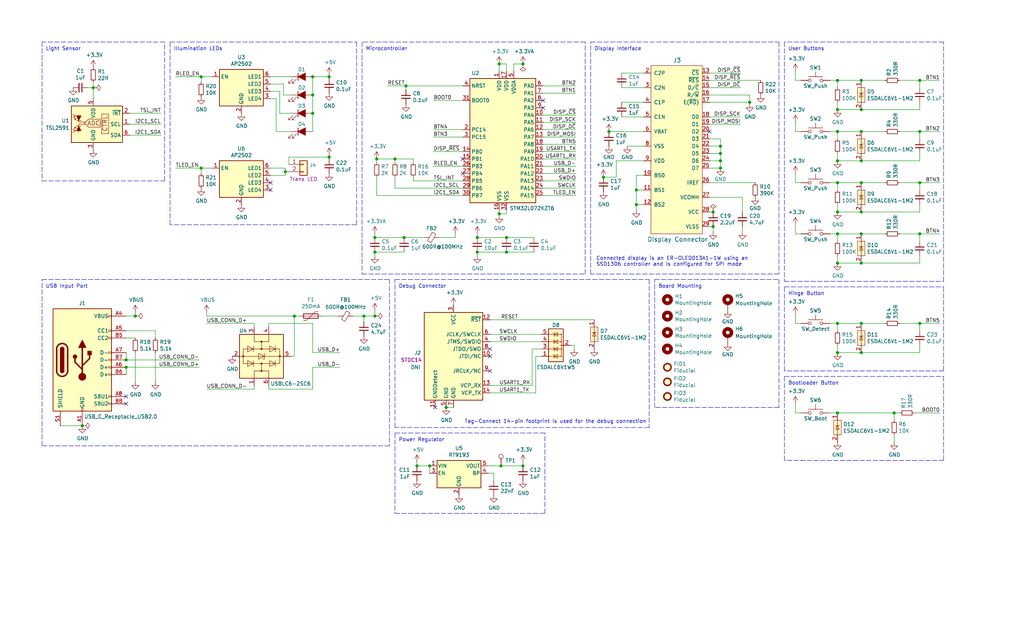
<source format=kicad_sch>
(kicad_sch (version 20211123) (generator eeschema)
  (paper "USLegal")
  (title_block (title "Printalyzer Densitometer - Main Board") (date "2022-01-18") (rev "C") (company "Dektronics, Inc.") (comment 1 "Derek Konigsberg <dkonigsberg@dektronics.com>"))
  (junction (at 32.385 30.48))
  (junction (at 299.085 45.72))
  (junction (at 299.085 55.88))
  (junction (at 99.06 59.69))
  (junction (at 211.455 45.72))
  (junction (at 181.61 22.225))
  (junction (at 290.83 122.555))
  (junction (at 250.19 55.88))
  (junction (at 290.83 81.28))
  (junction (at 137.16 55.245))
  (junction (at 69.85 58.42))
  (junction (at 220.98 71.12))
  (junction (at 290.83 45.72))
  (junction (at 299.085 63.5))
  (junction (at 319.405 45.72))
  (junction (at 290.83 73.66))
  (junction (at 250.19 53.34))
  (junction (at 43.815 127.635))
  (junction (at 165.735 87.63))
  (junction (at 319.405 27.94))
  (junction (at 108.585 39.37))
  (junction (at 144.78 161.925))
  (junction (at 247.65 73.66))
  (junction (at 299.085 73.66))
  (junction (at 154.94 141.605))
  (junction (at 173.355 22.225))
  (junction (at 114.3 54.61))
  (junction (at 209.55 61.595))
  (junction (at 175.895 87.63))
  (junction (at 290.83 27.94))
  (junction (at 299.085 38.1))
  (junction (at 319.405 63.5))
  (junction (at 290.83 38.1))
  (junction (at 130.175 82.55))
  (junction (at 69.85 26.67))
  (junction (at 130.175 87.63))
  (junction (at 319.405 81.28))
  (junction (at 290.83 112.395))
  (junction (at 290.83 63.5))
  (junction (at 140.97 29.845))
  (junction (at 173.355 74.295))
  (junction (at 290.83 91.44))
  (junction (at 108.585 26.67))
  (junction (at 290.83 143.51))
  (junction (at 299.085 27.94))
  (junction (at 250.19 58.42))
  (junction (at 28.575 147.955))
  (junction (at 310.515 143.51))
  (junction (at 43.815 125.095))
  (junction (at 130.81 55.245))
  (junction (at 247.65 78.74))
  (junction (at 299.085 112.395))
  (junction (at 250.19 50.8))
  (junction (at 165.735 82.55))
  (junction (at 319.405 112.395))
  (junction (at 299.085 81.28))
  (junction (at 130.175 109.855))
  (junction (at 108.585 33.02))
  (junction (at 220.98 66.04))
  (junction (at 290.83 55.88))
  (junction (at 140.335 82.55))
  (junction (at 173.99 161.925))
  (junction (at 149.225 161.925))
  (junction (at 175.895 82.55))
  (junction (at 114.3 26.67))
  (junction (at 299.085 91.44))
  (junction (at 299.085 122.555))
  (junction (at 181.61 161.925))
  (junction (at 260.35 35.56))
  (junction (at 46.99 109.855))
  (junction (at 126.365 109.855))
  (junction (at 102.235 109.855))
  (no_connect (at 170.18 121.285))
  (no_connect (at 43.815 140.335))
  (no_connect (at 188.595 34.925))
  (no_connect (at 43.815 137.795))
  (no_connect (at 160.655 60.325))
  (no_connect (at 93.98 66.04))
  (no_connect (at 170.18 128.905))
  (no_connect (at 188.595 37.465))
  (no_connect (at 170.18 123.825))
  (no_connect (at 246.38 45.72))
  (no_connect (at 160.655 55.245))
  (no_connect (at 93.98 63.5))
  (no_connect (at 151.13 141.605))
  (wire (pts (xy 246.38 27.94) (xy 264.16 27.94)))
  (wire (pts (xy 299.085 38.1) (xy 290.83 38.1)))
  (wire (pts (xy 134.62 29.845) (xy 140.97 29.845)))
  (wire (pts (xy 152.4 82.55) (xy 158.115 82.55)))
  (wire (pts (xy 93.98 58.42) (xy 99.06 58.42)))
  (wire (pts (xy 310.515 143.51) (xy 312.42 143.51)))
  (wire (pts (xy 262.255 63.5) (xy 246.38 63.5)))
  (wire (pts (xy 290.83 83.82) (xy 290.83 81.28)))
  (wire (pts (xy 290.83 35.56) (xy 290.83 38.1)))
  (wire (pts (xy 290.83 45.72) (xy 299.085 45.72)))
  (wire (pts (xy 43.815 125.095) (xy 69.215 125.095)))
  (wire (pts (xy 213.995 61.595) (xy 213.995 55.88)))
  (wire (pts (xy 30.48 30.48) (xy 32.385 30.48)))
  (wire (pts (xy 165.735 81.28) (xy 165.735 82.55)))
  (wire (pts (xy 288.29 63.5) (xy 290.83 63.5)))
  (wire (pts (xy 276.225 81.28) (xy 278.13 81.28)))
  (wire (pts (xy 170.18 136.525) (xy 186.055 136.525)))
  (wire (pts (xy 312.42 27.94) (xy 319.405 27.94)))
  (wire (pts (xy 93.98 60.96) (xy 99.06 60.96)))
  (wire (pts (xy 257.81 68.58) (xy 257.81 73.66)))
  (wire (pts (xy 290.83 81.28) (xy 299.085 81.28)))
  (wire (pts (xy 209.55 61.595) (xy 213.995 61.595)))
  (wire (pts (xy 143.51 55.245) (xy 137.16 55.245)))
  (wire (pts (xy 43.815 127.635) (xy 43.815 130.175)))
  (wire (pts (xy 200.025 52.705) (xy 188.595 52.705)))
  (wire (pts (xy 319.405 27.94) (xy 326.39 27.94)))
  (wire (pts (xy 299.085 91.44) (xy 319.405 91.44)))
  (wire (pts (xy 319.405 91.44) (xy 319.405 88.9)))
  (wire (pts (xy 20.955 147.955) (xy 28.575 147.955)))
  (polyline (pts (xy 272.415 128.905) (xy 272.415 99.695)))
  (polyline (pts (xy 14.605 154.94) (xy 14.605 97.155)))
  (wire (pts (xy 276.225 45.72) (xy 278.13 45.72)))
  (wire (pts (xy 319.405 35.56) (xy 319.405 38.1)))
  (polyline (pts (xy 270.51 95.25) (xy 205.105 95.25)))
  (wire (pts (xy 312.42 81.28) (xy 319.405 81.28)))
  (polyline (pts (xy 327.66 14.605) (xy 272.415 14.605)))
  (wire (pts (xy 114.3 26.67) (xy 114.3 27.305)))
  (wire (pts (xy 45.085 46.99) (xy 55.88 46.99)))
  (wire (pts (xy 149.225 161.925) (xy 144.78 161.925)))
  (wire (pts (xy 46.99 122.555) (xy 46.99 132.715)))
  (wire (pts (xy 223.52 30.48) (xy 215.9 30.48)))
  (wire (pts (xy 102.235 109.855) (xy 104.14 109.855)))
  (wire (pts (xy 108.585 135.255) (xy 108.585 127.635)))
  (polyline (pts (xy 123.825 14.605) (xy 123.825 78.105)))
  (polyline (pts (xy 227.33 97.155) (xy 270.51 97.155)))
  (wire (pts (xy 276.225 143.51) (xy 278.13 143.51)))
  (wire (pts (xy 299.085 55.88) (xy 319.405 55.88)))
  (polyline (pts (xy 225.425 148.59) (xy 137.16 148.59)))
  (wire (pts (xy 130.175 82.55) (xy 140.335 82.55)))
  (polyline (pts (xy 272.415 97.79) (xy 327.66 97.79)))
  (wire (pts (xy 213.995 55.88) (xy 223.52 55.88)))
  (wire (pts (xy 246.38 58.42) (xy 250.19 58.42)))
  (wire (pts (xy 276.225 112.395) (xy 278.13 112.395)))
  (wire (pts (xy 122.555 109.855) (xy 126.365 109.855)))
  (wire (pts (xy 130.175 109.855) (xy 130.175 107.95)))
  (wire (pts (xy 250.19 55.88) (xy 250.19 58.42)))
  (polyline (pts (xy 189.23 178.435) (xy 189.23 150.495)))
  (wire (pts (xy 100.965 39.37) (xy 97.155 39.37)))
  (polyline (pts (xy 125.73 14.605) (xy 125.73 95.25)))
  (wire (pts (xy 185.42 87.63) (xy 175.895 87.63)))
  (wire (pts (xy 170.18 116.205) (xy 187.96 116.205)))
  (wire (pts (xy 260.35 33.02) (xy 260.35 35.56)))
  (wire (pts (xy 276.225 63.5) (xy 278.13 63.5)))
  (polyline (pts (xy 137.16 150.495) (xy 137.16 178.435)))
  (wire (pts (xy 175.895 73.025) (xy 175.895 74.295)))
  (wire (pts (xy 299.085 63.5) (xy 307.34 63.5)))
  (wire (pts (xy 173.99 161.925) (xy 181.61 161.925)))
  (polyline (pts (xy 59.055 14.605) (xy 123.825 14.605)))
  (wire (pts (xy 170.18 133.985) (xy 184.785 133.985)))
  (polyline (pts (xy 327.66 128.905) (xy 272.415 128.905)))
  (wire (pts (xy 69.85 58.42) (xy 73.66 58.42)))
  (wire (pts (xy 288.29 27.94) (xy 290.83 27.94)))
  (wire (pts (xy 299.085 122.555) (xy 319.405 122.555)))
  (wire (pts (xy 312.42 112.395) (xy 319.405 112.395)))
  (wire (pts (xy 111.76 109.855) (xy 117.475 109.855)))
  (wire (pts (xy 276.225 27.94) (xy 278.13 27.94)))
  (wire (pts (xy 108.585 39.37) (xy 108.585 33.02)))
  (wire (pts (xy 198.12 120.015) (xy 199.39 120.015)))
  (wire (pts (xy 288.29 112.395) (xy 290.83 112.395)))
  (wire (pts (xy 257.81 78.74) (xy 257.81 80.645)))
  (wire (pts (xy 290.83 114.935) (xy 290.83 112.395)))
  (wire (pts (xy 290.83 122.555) (xy 299.085 122.555)))
  (wire (pts (xy 60.96 26.67) (xy 69.85 26.67)))
  (wire (pts (xy 319.405 73.66) (xy 319.405 71.12)))
  (wire (pts (xy 290.83 91.44) (xy 299.085 91.44)))
  (wire (pts (xy 246.38 78.74) (xy 247.65 78.74)))
  (wire (pts (xy 319.405 48.26) (xy 319.405 45.72)))
  (wire (pts (xy 150.495 45.085) (xy 160.655 45.085)))
  (wire (pts (xy 246.38 55.88) (xy 250.19 55.88)))
  (wire (pts (xy 200.025 32.385) (xy 188.595 32.385)))
  (polyline (pts (xy 14.605 14.605) (xy 14.605 62.865)))
  (wire (pts (xy 246.38 25.4) (xy 257.175 25.4)))
  (wire (pts (xy 108.585 112.395) (xy 108.585 122.555)))
  (wire (pts (xy 108.585 122.555) (xy 118.11 122.555)))
  (wire (pts (xy 186.055 123.825) (xy 187.96 123.825)))
  (wire (pts (xy 188.595 57.785) (xy 200.025 57.785)))
  (polyline (pts (xy 14.605 62.865) (xy 57.15 62.865)))
  (wire (pts (xy 220.98 71.12) (xy 220.98 73.025)))
  (wire (pts (xy 97.155 39.37) (xy 97.155 31.75)))
  (wire (pts (xy 188.595 50.165) (xy 200.025 50.165)))
  (wire (pts (xy 98.425 29.21) (xy 93.98 29.21)))
  (wire (pts (xy 220.98 60.96) (xy 220.98 66.04)))
  (wire (pts (xy 288.29 143.51) (xy 290.83 143.51)))
  (wire (pts (xy 45.085 39.37) (xy 55.88 39.37)))
  (wire (pts (xy 223.52 71.12) (xy 220.98 71.12)))
  (wire (pts (xy 223.52 45.72) (xy 211.455 45.72)))
  (wire (pts (xy 93.345 135.255) (xy 108.585 135.255)))
  (polyline (pts (xy 327.66 97.79) (xy 327.66 14.605)))
  (polyline (pts (xy 57.15 14.605) (xy 14.605 14.605)))
  (wire (pts (xy 260.35 35.56) (xy 260.35 36.195)))
  (wire (pts (xy 220.98 66.04) (xy 220.98 71.12)))
  (wire (pts (xy 317.5 143.51) (xy 326.39 143.51)))
  (polyline (pts (xy 137.16 97.155) (xy 225.425 97.155)))
  (wire (pts (xy 93.345 112.395) (xy 108.585 112.395)))
  (wire (pts (xy 100.965 26.67) (xy 93.98 26.67)))
  (wire (pts (xy 246.38 73.66) (xy 247.65 73.66)))
  (wire (pts (xy 69.85 26.67) (xy 73.66 26.67)))
  (wire (pts (xy 188.595 60.325) (xy 200.025 60.325)))
  (wire (pts (xy 130.175 88.9) (xy 130.175 87.63)))
  (wire (pts (xy 126.365 109.855) (xy 130.175 109.855)))
  (wire (pts (xy 246.38 50.8) (xy 250.19 50.8)))
  (wire (pts (xy 188.595 67.945) (xy 200.025 67.945)))
  (wire (pts (xy 290.83 27.94) (xy 299.085 27.94)))
  (wire (pts (xy 200.025 47.625) (xy 188.595 47.625)))
  (wire (pts (xy 299.085 27.94) (xy 307.34 27.94)))
  (wire (pts (xy 299.085 112.395) (xy 307.34 112.395)))
  (wire (pts (xy 290.83 71.12) (xy 290.83 73.66)))
  (wire (pts (xy 290.83 53.34) (xy 290.83 55.88)))
  (wire (pts (xy 246.38 33.02) (xy 260.35 33.02)))
  (wire (pts (xy 130.81 67.945) (xy 130.81 61.595)))
  (wire (pts (xy 175.895 82.55) (xy 185.42 82.55)))
  (wire (pts (xy 71.755 112.395) (xy 88.265 112.395)))
  (polyline (pts (xy 227.33 141.605) (xy 227.33 97.155)))
  (wire (pts (xy 276.225 140.335) (xy 276.225 143.51)))
  (wire (pts (xy 102.235 123.825) (xy 100.965 123.825)))
  (wire (pts (xy 199.39 120.015) (xy 199.39 121.285)))
  (wire (pts (xy 250.19 48.26) (xy 250.19 50.8)))
  (wire (pts (xy 170.18 118.745) (xy 187.96 118.745)))
  (wire (pts (xy 223.52 66.04) (xy 220.98 66.04)))
  (wire (pts (xy 157.48 141.605) (xy 154.94 141.605)))
  (polyline (pts (xy 135.255 154.94) (xy 14.605 154.94)))
  (polyline (pts (xy 137.16 178.435) (xy 189.23 178.435)))
  (wire (pts (xy 290.83 73.66) (xy 299.085 73.66)))
  (wire (pts (xy 108.585 127.635) (xy 118.11 127.635)))
  (wire (pts (xy 53.975 114.935) (xy 53.975 117.475)))
  (polyline (pts (xy 327.66 99.695) (xy 327.66 128.905)))
  (wire (pts (xy 319.405 27.94) (xy 319.405 30.48)))
  (wire (pts (xy 175.895 87.63) (xy 165.735 87.63)))
  (wire (pts (xy 45.085 43.18) (xy 55.88 43.18)))
  (wire (pts (xy 69.85 58.42) (xy 69.85 60.325)))
  (polyline (pts (xy 327.66 160.02) (xy 272.415 160.02)))
  (wire (pts (xy 43.815 109.855) (xy 46.99 109.855)))
  (wire (pts (xy 114.3 53.975) (xy 114.3 54.61)))
  (wire (pts (xy 126.365 109.855) (xy 126.365 111.76)))
  (wire (pts (xy 223.52 40.64) (xy 215.9 40.64)))
  (wire (pts (xy 97.155 31.75) (xy 93.98 31.75)))
  (wire (pts (xy 160.655 34.925) (xy 150.495 34.925)))
  (wire (pts (xy 319.405 83.82) (xy 319.405 81.28)))
  (wire (pts (xy 319.405 66.04) (xy 319.405 63.5)))
  (wire (pts (xy 246.38 30.48) (xy 257.175 30.48)))
  (wire (pts (xy 184.785 133.985) (xy 184.785 121.285)))
  (polyline (pts (xy 205.105 14.605) (xy 270.51 14.605)))
  (wire (pts (xy 312.42 63.5) (xy 319.405 63.5)))
  (wire (pts (xy 175.895 24.765) (xy 175.895 22.225)))
  (wire (pts (xy 100.965 45.72) (xy 95.885 45.72)))
  (wire (pts (xy 46.99 108.585) (xy 46.99 109.855)))
  (wire (pts (xy 312.42 45.72) (xy 319.405 45.72)))
  (wire (pts (xy 200.025 62.865) (xy 188.595 62.865)))
  (wire (pts (xy 98.425 33.02) (xy 98.425 29.21)))
  (polyline (pts (xy 270.51 14.605) (xy 270.51 95.25)))
  (polyline (pts (xy 14.605 97.155) (xy 135.255 97.155)))
  (wire (pts (xy 71.755 109.855) (xy 102.235 109.855)))
  (wire (pts (xy 95.885 45.72) (xy 95.885 34.29)))
  (wire (pts (xy 170.18 111.125) (xy 206.375 111.125)))
  (polyline (pts (xy 327.66 130.81) (xy 327.66 160.02)))
  (wire (pts (xy 223.52 25.4) (xy 215.9 25.4)))
  (wire (pts (xy 178.435 22.225) (xy 178.435 24.765)))
  (wire (pts (xy 223.52 35.56) (xy 215.9 35.56)))
  (polyline (pts (xy 125.73 95.25) (xy 203.2 95.25)))
  (wire (pts (xy 223.52 60.96) (xy 220.98 60.96)))
  (wire (pts (xy 276.225 60.325) (xy 276.225 63.5)))
  (wire (pts (xy 130.81 67.945) (xy 160.655 67.945)))
  (polyline (pts (xy 272.415 14.605) (xy 272.415 97.79)))
  (wire (pts (xy 290.83 30.48) (xy 290.83 27.94)))
  (wire (pts (xy 175.895 22.225) (xy 173.355 22.225)))
  (wire (pts (xy 175.895 82.55) (xy 165.735 82.55)))
  (wire (pts (xy 246.38 43.18) (xy 257.175 43.18)))
  (wire (pts (xy 99.06 59.69) (xy 99.06 60.96)))
  (wire (pts (xy 43.815 114.935) (xy 53.975 114.935)))
  (polyline (pts (xy 272.415 130.81) (xy 327.66 130.81)))
  (wire (pts (xy 299.085 73.66) (xy 319.405 73.66)))
  (wire (pts (xy 130.175 87.63) (xy 140.335 87.63)))
  (wire (pts (xy 71.755 135.255) (xy 88.265 135.255)))
  (wire (pts (xy 99.06 58.42) (xy 99.06 59.69)))
  (wire (pts (xy 60.96 58.42) (xy 69.85 58.42)))
  (polyline (pts (xy 270.51 141.605) (xy 227.33 141.605)))
  (wire (pts (xy 246.38 48.26) (xy 250.19 48.26)))
  (wire (pts (xy 149.225 164.465) (xy 149.225 161.925)))
  (polyline (pts (xy 270.51 97.155) (xy 270.51 141.605)))
  (wire (pts (xy 173.355 22.225) (xy 173.355 24.765)))
  (wire (pts (xy 319.405 45.72) (xy 326.39 45.72)))
  (wire (pts (xy 290.83 55.88) (xy 299.085 55.88)))
  (wire (pts (xy 69.85 26.67) (xy 69.85 28.575)))
  (wire (pts (xy 102.235 109.855) (xy 102.235 123.825)))
  (wire (pts (xy 188.595 65.405) (xy 200.025 65.405)))
  (wire (pts (xy 137.16 65.405) (xy 160.655 65.405)))
  (wire (pts (xy 181.61 22.225) (xy 178.435 22.225)))
  (polyline (pts (xy 137.16 148.59) (xy 137.16 97.155)))
  (wire (pts (xy 186.055 136.525) (xy 186.055 123.825)))
  (wire (pts (xy 319.405 38.1) (xy 299.085 38.1)))
  (wire (pts (xy 290.83 66.04) (xy 290.83 63.5)))
  (wire (pts (xy 288.29 81.28) (xy 290.83 81.28)))
  (wire (pts (xy 53.975 122.555) (xy 53.975 132.715)))
  (wire (pts (xy 150.495 52.705) (xy 160.655 52.705)))
  (wire (pts (xy 140.335 82.55) (xy 147.32 82.55)))
  (wire (pts (xy 150.495 47.625) (xy 160.655 47.625)))
  (wire (pts (xy 299.085 45.72) (xy 307.34 45.72)))
  (polyline (pts (xy 225.425 97.155) (xy 225.425 148.59)))
  (wire (pts (xy 158.115 81.28) (xy 158.115 82.55)))
  (polyline (pts (xy 189.23 150.495) (xy 137.16 150.495)))
  (wire (pts (xy 171.45 164.465) (xy 171.45 167.005)))
  (wire (pts (xy 140.97 29.845) (xy 140.97 31.115)))
  (wire (pts (xy 93.345 133.985) (xy 93.345 135.255)))
  (wire (pts (xy 165.735 87.63) (xy 165.735 88.9)))
  (polyline (pts (xy 57.15 62.865) (xy 57.15 14.605)))
  (wire (pts (xy 319.405 114.935) (xy 319.405 112.395)))
  (wire (pts (xy 246.38 53.34) (xy 250.19 53.34)))
  (wire (pts (xy 137.16 55.245) (xy 130.81 55.245)))
  (wire (pts (xy 257.81 68.58) (xy 246.38 68.58)))
  (wire (pts (xy 43.815 127.635) (xy 69.215 127.635)))
  (wire (pts (xy 319.405 63.5) (xy 326.39 63.5)))
  (wire (pts (xy 100.965 33.02) (xy 98.425 33.02)))
  (wire (pts (xy 160.655 29.845) (xy 140.97 29.845)))
  (wire (pts (xy 200.025 55.245) (xy 188.595 55.245)))
  (wire (pts (xy 114.3 54.61) (xy 114.3 55.245)))
  (wire (pts (xy 130.81 56.515) (xy 130.81 55.245)))
  (wire (pts (xy 257.175 40.64) (xy 246.38 40.64)))
  (wire (pts (xy 276.225 78.105) (xy 276.225 81.28)))
  (wire (pts (xy 276.225 24.765) (xy 276.225 27.94)))
  (wire (pts (xy 71.755 108.585) (xy 71.755 109.855)))
  (wire (pts (xy 276.225 109.22) (xy 276.225 112.395)))
  (wire (pts (xy 137.16 65.405) (xy 137.16 61.595)))
  (wire (pts (xy 290.83 120.015) (xy 290.83 122.555)))
  (wire (pts (xy 100.33 59.69) (xy 99.06 59.69)))
  (wire (pts (xy 143.51 56.515) (xy 143.51 55.245)))
  (wire (pts (xy 246.38 35.56) (xy 260.35 35.56)))
  (wire (pts (xy 114.3 26.035) (xy 114.3 26.67)))
  (wire (pts (xy 173.355 73.025) (xy 173.355 74.295)))
  (wire (pts (xy 290.83 48.26) (xy 290.83 45.72)))
  (wire (pts (xy 200.025 29.845) (xy 188.595 29.845)))
  (wire (pts (xy 319.405 122.555) (xy 319.405 120.015)))
  (wire (pts (xy 32.385 30.48) (xy 32.385 34.29)))
  (polyline (pts (xy 123.825 78.105) (xy 59.055 78.105)))
  (wire (pts (xy 143.51 62.865) (xy 143.51 61.595)))
  (wire (pts (xy 223.52 50.8) (xy 217.805 50.8)))
  (wire (pts (xy 290.83 88.9) (xy 290.83 91.44)))
  (wire (pts (xy 290.83 63.5) (xy 299.085 63.5)))
  (wire (pts (xy 319.405 112.395) (xy 326.39 112.395)))
  (wire (pts (xy 319.405 81.28) (xy 326.39 81.28)))
  (polyline (pts (xy 272.415 160.02) (xy 272.415 130.81)))
  (wire (pts (xy 144.78 160.655) (xy 144.78 161.925)))
  (wire (pts (xy 43.815 122.555) (xy 43.815 125.095)))
  (wire (pts (xy 247.65 78.74) (xy 247.65 80.645)))
  (wire (pts (xy 130.175 81.28) (xy 130.175 82.55)))
  (wire (pts (xy 95.885 34.29) (xy 93.98 34.29)))
  (wire (pts (xy 32.385 28.575) (xy 32.385 30.48)))
  (wire (pts (xy 276.225 42.545) (xy 276.225 45.72)))
  (polyline (pts (xy 205.105 95.25) (xy 205.105 14.605)))
  (wire (pts (xy 93.345 113.665) (xy 93.345 112.395)))
  (polyline (pts (xy 272.415 99.695) (xy 327.66 99.695)))
  (wire (pts (xy 143.51 62.865) (xy 160.655 62.865)))
  (wire (pts (xy 108.585 45.72) (xy 108.585 39.37)))
  (wire (pts (xy 100.33 54.61) (xy 100.33 57.15)))
  (wire (pts (xy 310.515 151.13) (xy 310.515 153.67)))
  (wire (pts (xy 150.495 57.785) (xy 160.655 57.785)))
  (polyline (pts (xy 203.2 14.605) (xy 125.73 14.605)))
  (wire (pts (xy 310.515 146.05) (xy 310.515 143.51)))
  (wire (pts (xy 114.3 54.61) (xy 100.33 54.61)))
  (wire (pts (xy 319.405 55.88) (xy 319.405 53.34)))
  (wire (pts (xy 188.595 45.085) (xy 200.025 45.085)))
  (wire (pts (xy 299.085 81.28) (xy 307.34 81.28)))
  (wire (pts (xy 88.265 112.395) (xy 88.265 113.665)))
  (wire (pts (xy 200.025 42.545) (xy 188.595 42.545)))
  (wire (pts (xy 250.19 50.8) (xy 250.19 53.34)))
  (wire (pts (xy 290.83 112.395) (xy 299.085 112.395)))
  (wire (pts (xy 181.61 160.655) (xy 181.61 161.925)))
  (wire (pts (xy 88.265 135.255) (xy 88.265 133.985)))
  (wire (pts (xy 184.785 121.285) (xy 187.96 121.285)))
  (wire (pts (xy 43.815 117.475) (xy 46.99 117.475)))
  (wire (pts (xy 169.545 161.925) (xy 173.99 161.925)))
  (wire (pts (xy 108.585 33.02) (xy 108.585 26.67)))
  (polyline (pts (xy 59.055 78.105) (xy 59.055 14.605)))
  (wire (pts (xy 288.29 45.72) (xy 290.83 45.72)))
  (wire (pts (xy 108.585 26.67) (xy 114.3 26.67)))
  (wire (pts (xy 169.545 164.465) (xy 171.45 164.465)))
  (wire (pts (xy 137.16 56.515) (xy 137.16 55.245)))
  (wire (pts (xy 175.895 74.295) (xy 173.355 74.295)))
  (polyline (pts (xy 135.255 97.155) (xy 135.255 154.94)))
  (wire (pts (xy 290.83 143.51) (xy 310.515 143.51)))
  (wire (pts (xy 173.355 74.295) (xy 173.355 74.93)))
  (polyline (pts (xy 203.2 95.25) (xy 203.2 14.605)))
  (wire (pts (xy 200.025 40.005) (xy 188.595 40.005)))
  (wire (pts (xy 250.19 53.34) (xy 250.19 55.88)))
  (text "Board Mounting" (at 228.6 100.33 0) (effects (font (size 1.27 1.27)) (justify left bottom)))
  (text "Illumination LEDs" (at 60.325 17.78 0) (effects (font (size 1.27 1.27)) (justify left bottom)))
  (text "Tag-Connect 14-pin footprint is used for the debug connection" (at 161.29 147.32 0) (effects (font (size 1.27 1.27)) (justify left bottom)))
  (text "Power Regulator" (at 138.43 153.67 0) (effects (font (size 1.27 1.27)) (justify left bottom)))
  (text "Display Interface" (at 206.375 17.78 0) (effects (font (size 1.27 1.27)) (justify left bottom)))
  (text "Debug Connector" (at 138.43 100.33 0) (effects (font (size 1.27 1.27)) (justify left bottom)))
  (text "USB Input Port" (at 15.875 100.33 0) (effects (font (size 1.27 1.27)) (justify left bottom)))
  (text "Bootloader Button" (at 273.685 133.985 0) (effects (font (size 1.27 1.27)) (justify left bottom)))
  (text "Light Sensor" (at 15.875 17.78 0) (effects (font (size 1.27 1.27)) (justify left bottom)))
  (text "User Buttons" (at 273.685 17.78 0) (effects (font (size 1.27 1.27)) (justify left bottom)))
  (text "Connected display is an ER-OLED013A1-1W using an\nSSD1306 controller and is configured for SPI mode" (at 207.01 92.71 0) (effects (font (size 1.27 1.27)) (justify left bottom)))
  (text "Microcontroller" (at 127 17.78 0) (effects (font (size 1.27 1.27)) (justify left bottom)))
  (text "Hinge Button" (at 273.685 102.87 0) (effects (font (size 1.27 1.27)) (justify left bottom)))
  (label "RESET" (at 134.62 29.845 0))
  (label "DISP_MOSI" (at 200.025 47.625 180))
  (label "USB_D-" (at 118.11 127.635 180))
  (label "DISP_SCK" (at 200.025 42.545 180))
  (label "DISP_MOSI" (at 257.175 43.18 180))
  (label "DISP_~{RES}" (at 150.495 52.705 0))
  (label "USB_CONN_D+" (at 71.755 112.395 0))
  (label "USB_D+" (at 200.025 60.325 180))
  (label "BTN5" (at 200.025 50.165 180))
  (label "DISP_D~{C}" (at 257.175 30.48 180))
  (label "RLED_EN" (at 150.495 57.785 0))
  (label "SWCLK" (at 173.355 116.205 0))
  (label "BTN4" (at 150.495 45.085 0))
  (label "BTN1" (at 200.025 32.385 180))
  (label "USART1_TX" (at 173.355 136.525 0))
  (label "I2C1_SCL" (at 150.495 65.405 0))
  (label "USART1_TX" (at 200.025 52.705 180))
  (label "SWDIO" (at 173.355 118.745 0))
  (label "I2C1_SDA" (at 150.495 67.945 0))
  (label "TSL_INT" (at 150.495 62.865 0))
  (label "BTN3" (at 326.39 63.5 180))
  (label "USB_CONN_D+" (at 69.215 127.635 180))
  (label "BTN1" (at 326.39 27.94 180))
  (label "DISP_~{CS}" (at 257.175 25.4 180))
  (label "I2C1_SCL" (at 55.88 43.18 180))
  (label "BOOT0" (at 326.39 143.51 180))
  (label "TLED_EN" (at 60.96 58.42 0))
  (label "USB_CONN_D-" (at 69.215 125.095 180))
  (label "TSL_INT" (at 55.88 39.37 180))
  (label "DISP_SCK" (at 257.175 40.64 180))
  (label "RESET" (at 173.99 111.125 0))
  (label "I2C1_SDA" (at 55.88 46.99 180))
  (label "BOOT0" (at 150.495 34.925 0))
  (label "BTN4" (at 326.39 81.28 180))
  (label "BTN5" (at 326.39 112.395 180))
  (label "USART1_RX" (at 200.025 55.245 180))
  (label "USB_D-" (at 200.025 57.785 180))
  (label "BTN2" (at 200.025 29.845 180))
  (label "RLED_EN" (at 60.96 26.67 0))
  (label "USB_D+" (at 118.11 122.555 180))
  (label "DISP_~{RES}" (at 257.175 27.94 180))
  (label "BTN3" (at 150.495 47.625 0))
  (label "SWDIO" (at 200.025 62.865 180))
  (label "SWCLK" (at 200.025 65.405 180))
  (label "USB_CONN_D-" (at 71.755 135.255 0))
  (label "USART1_RX" (at 173.355 133.985 0))
  (label "DISP_D~{C}" (at 200.025 45.085 180))
  (label "BTN2" (at 326.39 45.72 180))
  (label "TLED_EN" (at 200.025 67.945 180))
  (label "DISP_~{CS}" (at 200.025 40.005 180))
  (symbol (lib_id "Project:RT9193") (at 159.385 164.465 0) (unit 1)
    (property "Reference" "U5" (at 159.385 155.7782 0))
    (property "Value" "RT9193" (at 159.385 158.0896 0))
    (property "Footprint" "Package_TO_SOT_SMD:SOT-23-5" (effects hide))
    (property "Datasheet" "https://www.richtek.com/assets/product_file/RT9193/DS9193-17.pdf" (effects hide))
    (property "Description" "IC REG LINEAR 3.3V 300MA SOT23-5" (effects hide))
    (property "Manufacturer" "Richtek USA Inc." (effects hide))
    (property "Manufacturer PN" "RT9193-33GB" (effects hide))
    (property "Supplier" "LCSC" (effects hide))
    (property "Supplier PN" "C15651" (effects hide))
  )
  (symbol (lib_id "power:GND") (at 32.385 52.07 0) (unit 1)
    (property "Reference" "#PWR0101" (effects hide))
    (property "Value" "GND" (at 32.512 56.4642 0))
  )
  (symbol (lib_id "power:+3.3V") (at 32.385 23.495 0) (unit 1)
    (property "Reference" "#PWR0102" (effects hide))
    (property "Value" "+3.3V" (at 32.766 19.1008 0))
  )
  (symbol (lib_id "Device:LED_Filled") (at 104.775 26.67 0) (unit 1)
    (property "Reference" "D1" (at 104.775 24.13 0))
    (property "Value" "LED" (effects hide))
    (property "Footprint" "lib_fp:LED_WL-SWTP-3022-1MP" (effects hide))
    (property "Datasheet" "https://katalog.we-online.de/led/datasheet/158302250.pdf" (effects hide))
    (property "Description" "LED WL-SWTP COOL WHT 5000K 2SMD" (effects hide))
    (property "Manufacturer" "Würth Elektronik" (effects hide))
    (property "Manufacturer PN" "158302250" (effects hide))
    (property "Supplier" "Mouser" (effects hide))
    (property "Supplier PN" "710-158302250" (effects hide))
  )
  (symbol (lib_id "Device:R_Small") (at 32.385 26.035 0) (unit 1)
    (property "Reference" "R1" (at 33.8836 24.8666 0) (effects (justify left)))
    (property "Value" "22R" (at 33.8836 27.178 0) (effects (justify left)))
    (property "Footprint" "Resistor_SMD:R_0402_1005Metric" (effects hide))
    (property "Datasheet" "https://datasheet.lcsc.com/lcsc/1810231323_YAGEO-AC0402JR-0722RL_C144722.pdf" (effects hide))
    (property "Description" "RES SMD 22 OHM 5% 1/16W 0402" (effects hide))
    (property "Manufacturer" "Yaego" (effects hide))
    (property "Manufacturer PN" "AC0402JR-0722RL" (effects hide))
    (property "Supplier" "LCSC" (effects hide))
    (property "Supplier PN" "C144722" (effects hide))
  )
  (symbol (lib_id "Device:LED_Filled") (at 104.775 33.02 0) (unit 1)
    (property "Reference" "D2" (at 104.775 30.48 0))
    (property "Value" "LED" (effects hide))
    (property "Footprint" "lib_fp:LED_WL-SWTP-3022-1MP" (effects hide))
    (property "Datasheet" "https://katalog.we-online.de/led/datasheet/158302250.pdf" (effects hide))
    (property "Description" "LED WL-SWTP COOL WHT 5000K 2SMD" (effects hide))
    (property "Manufacturer" "Würth Elektronik" (effects hide))
    (property "Manufacturer PN" "158302250" (effects hide))
    (property "Supplier" "Mouser" (effects hide))
    (property "Supplier PN" "710-158302250" (effects hide))
  )
  (symbol (lib_id "Device:LED_Filled") (at 104.775 39.37 0) (unit 1)
    (property "Reference" "D3" (at 104.775 36.83 0))
    (property "Value" "LED" (effects hide))
    (property "Footprint" "lib_fp:LED_WL-SWTP-3022-1MP" (effects hide))
    (property "Datasheet" "https://katalog.we-online.de/led/datasheet/158302250.pdf" (effects hide))
    (property "Description" "LED WL-SWTP COOL WHT 5000K 2SMD" (effects hide))
    (property "Manufacturer" "Würth Elektronik" (effects hide))
    (property "Manufacturer PN" "158302250" (effects hide))
    (property "Supplier" "Mouser" (effects hide))
    (property "Supplier PN" "710-158302250" (effects hide))
  )
  (symbol (lib_id "Device:C_Small") (at 27.94 30.48 270) (unit 1)
    (property "Reference" "C1" (at 27.94 24.6634 90))
    (property "Value" "1uF" (at 27.94 26.9748 90))
    (property "Footprint" "Capacitor_SMD:C_0402_1005Metric" (effects hide))
    (property "Datasheet" "https://media.digikey.com/pdf/Data%20Sheets/Samsung%20PDFs/CL05A105KQ5NNNC_Spec.pdf" (effects hide))
    (property "Description" "CAP CER 1UF 6.3V X5R 0402" (effects hide))
    (property "Manufacturer" "Samsung Electro-Mechanics" (effects hide))
    (property "Manufacturer PN" "CL05A105KQ5NNNC" (effects hide))
    (property "Supplier" "LCSC" (effects hide))
    (property "Supplier PN" "C107372" (effects hide))
  )
  (symbol (lib_id "Device:LED_Filled") (at 104.775 45.72 0) (unit 1)
    (property "Reference" "D4" (at 104.775 43.18 0))
    (property "Value" "LED" (effects hide))
    (property "Footprint" "lib_fp:LED_WL-SWTP-3022-1MP" (effects hide))
    (property "Datasheet" "https://katalog.we-online.de/led/datasheet/158302250.pdf" (effects hide))
    (property "Description" "LED WL-SWTP COOL WHT 5000K 2SMD" (effects hide))
    (property "Manufacturer" "Würth Elektronik" (effects hide))
    (property "Manufacturer PN" "158302250" (effects hide))
    (property "Supplier" "Mouser" (effects hide))
    (property "Supplier PN" "710-158302250" (effects hide))
  )
  (symbol (lib_id "Power_Protection:USBLC6-2SC6") (at 90.805 123.825 270) (mirror x) (unit 1)
    (property "Reference" "U4" (at 84.455 114.935 90))
    (property "Value" "USBLC6-2SC6" (at 100.965 133.35 90))
    (property "Footprint" "Package_TO_SOT_SMD:SOT-23-6" (effects hide))
    (property "Datasheet" "https://www.st.com/resource/en/datasheet/usblc6-2.pdf" (effects hide))
    (property "Description" "TVS DIODE 5.25V 17V SOT23-6" (effects hide))
    (property "Manufacturer" "STMicroelectronics" (effects hide))
    (property "Manufacturer PN" "USBLC6-2SC6" (effects hide))
    (property "Supplier" "LCSC" (effects hide))
    (property "Supplier PN" "C7519" (effects hide))
  )
  (symbol (lib_id "power:GND") (at 25.4 30.48 0) (unit 1)
    (property "Reference" "#PWR0103" (effects hide))
    (property "Value" "GND" (at 25.527 34.8742 0))
  )
  (symbol (lib_id "Switch:SW_Push") (at 283.21 27.94 0) (unit 1)
    (property "Reference" "SW1" (at 283.21 23.495 0))
    (property "Value" "SW_Push" (at 283.21 29.845 0))
    (property "Footprint" "lib_fp:ESwitch_TL1105_6mm_H7.5mm" (effects hide))
    (property "Datasheet" "https://sten-eswitch-13110800-production.s3.amazonaws.com/system/asset/product_line/data_sheet/144/TL1105.pdf" (effects hide))
    (property "Description" "SWITCH TACTILE SPST-NO 0.05A 12V" (effects hide))
    (property "Manufacturer" "E-Switch" (effects hide))
    (property "Manufacturer PN" "TL1105SPF160Q" (effects hide))
    (property "Supplier" "Digi-Key" (effects hide))
    (property "Supplier PN" "EG1861-ND" (effects hide))
  )
  (symbol (lib_id "Switch:SW_Push") (at 283.21 45.72 0) (unit 1)
    (property "Reference" "SW2" (at 283.21 41.275 0))
    (property "Value" "SW_Push" (at 283.21 47.625 0))
    (property "Footprint" "lib_fp:ESwitch_TL1105_6mm_H7.5mm" (effects hide))
    (property "Datasheet" "https://sten-eswitch-13110800-production.s3.amazonaws.com/system/asset/product_line/data_sheet/144/TL1105.pdf" (effects hide))
    (property "Description" "SWITCH TACTILE SPST-NO 0.05A 12V" (effects hide))
    (property "Manufacturer" "E-Switch" (effects hide))
    (property "Manufacturer PN" "TL1105SPF160Q" (effects hide))
    (property "Supplier" "Digi-Key" (effects hide))
    (property "Supplier PN" "EG1861-ND" (effects hide))
  )
  (symbol (lib_id "Device:R_Small") (at 137.16 59.055 0) (unit 1)
    (property "Reference" "R8" (at 138.6586 57.8866 0) (effects (justify left)))
    (property "Value" "2K" (at 138.6586 60.198 0) (effects (justify left)))
    (property "Footprint" "Resistor_SMD:R_0603_1608Metric" (effects hide))
    (property "Datasheet" "https://www.vishay.com/docs/20035/dcrcwe3.pdf" (effects hide))
    (property "Description" "RES SMD 2K OHM 5% 1/10W 0603" (effects hide))
    (property "Manufacturer" "Vishay Intertech" (effects hide))
    (property "Manufacturer PN" "CRCW06032K00JNEA" (effects hide))
    (property "Supplier" "LCSC" (effects hide))
    (property "Supplier PN" "C844766" (effects hide))
  )
  (symbol (lib_id "Mechanical:MountingHole") (at 231.775 104.14 0) (unit 1) (in_bom no)
    (property "Reference" "H1" (at 234.315 102.9716 0) (effects (justify left)))
    (property "Value" "MountingHole" (at 234.315 105.283 0) (effects (justify left)))
    (property "Footprint" "MountingHole:MountingHole_2.2mm_M2" (effects hide))
  )
  (symbol (lib_id "Mechanical:MountingHole") (at 231.775 109.855 0) (unit 1) (in_bom no)
    (property "Reference" "H2" (at 234.315 108.6866 0) (effects (justify left)))
    (property "Value" "MountingHole" (at 234.315 110.998 0) (effects (justify left)))
    (property "Footprint" "MountingHole:MountingHole_2.2mm_M2" (effects hide))
  )
  (symbol (lib_id "Mechanical:MountingHole") (at 231.775 115.57 0) (unit 1) (in_bom no)
    (property "Reference" "H3" (at 234.315 114.4016 0) (effects (justify left)))
    (property "Value" "MountingHole" (at 234.315 116.713 0) (effects (justify left)))
    (property "Footprint" "MountingHole:MountingHole_2.2mm_M2" (effects hide))
  )
  (symbol (lib_id "Mechanical:MountingHole") (at 231.775 121.285 0) (unit 1) (in_bom no)
    (property "Reference" "H4" (at 234.315 120.1166 0) (effects (justify left)))
    (property "Value" "MountingHole" (at 234.315 122.428 0) (effects (justify left)))
    (property "Footprint" "MountingHole:MountingHole_2.2mm_M2" (effects hide))
  )
  (symbol (lib_id "Mechanical:MountingHole_Pad") (at 252.73 105.41 0) (unit 1) (in_bom no)
    (property "Reference" "H5" (at 255.27 102.87 0) (effects (justify left)))
    (property "Value" "MountingHole" (at 255.27 105.41 0) (effects (justify left)))
    (property "Footprint" "MountingHole:MountingHole_2.2mm_M2_Pad_Via" (effects hide))
  )
  (symbol (lib_id "Mechanical:MountingHole_Pad") (at 252.73 116.84 0) (unit 1) (in_bom no)
    (property "Reference" "H6" (at 255.27 114.3 0) (effects (justify left)))
    (property "Value" "MountingHole" (at 255.27 116.84 0) (effects (justify left)))
    (property "Footprint" "MountingHole:MountingHole_2.2mm_M2_Pad_Via" (effects hide))
  )
  (symbol (lib_id "power:GND") (at 173.355 74.93 0) (unit 1)
    (property "Reference" "#PWR0113" (effects hide))
    (property "Value" "GND" (at 173.482 79.3242 0))
  )
  (symbol (lib_id "power:GND") (at 159.385 172.085 0) (unit 1)
    (property "Reference" "#PWR0104" (effects hide))
    (property "Value" "GND" (at 159.512 176.4792 0))
  )
  (symbol (lib_id "Device:C_Small") (at 171.45 169.545 180) (unit 1)
    (property "Reference" "C13" (at 173.7868 168.3766 0) (effects (justify right)))
    (property "Value" "22nF" (at 173.7868 170.688 0) (effects (justify right)))
    (property "Footprint" "Capacitor_SMD:C_0805_2012Metric" (effects hide))
    (property "Datasheet" "https://datasheet.lcsc.com/lcsc/1912111437_TDK-C2012C0G1H223JT000N_C342593.pdf" (effects hide))
    (property "Description" "CAP CER 0.022UF 50V C0G 0805" (effects hide))
    (property "Manufacturer" "TDK Corporation" (effects hide))
    (property "Manufacturer PN" "C2012C0G1H223JT000N" (effects hide))
    (property "Supplier" "LCSC" (effects hide))
    (property "Supplier PN" "C342593" (effects hide))
  )
  (symbol (lib_id "power:GND") (at 171.45 172.085 0) (unit 1)
    (property "Reference" "#PWR0105" (effects hide))
    (property "Value" "GND" (at 171.577 176.4792 0))
  )
  (symbol (lib_id "Device:C_Small") (at 130.175 85.09 0) (unit 1)
    (property "Reference" "C5" (at 132.5118 83.9216 0) (effects (justify left)))
    (property "Value" "0.1uF" (at 132.5118 86.233 0) (effects (justify left)))
    (property "Footprint" "Capacitor_SMD:C_0603_1608Metric" (effects hide))
    (property "Datasheet" "https://media.digikey.com/pdf/Data%20Sheets/Samsung%20PDFs/CL10B104KA8NNNC_Spec.pdf" (effects hide))
    (property "Description" "CAP CER 0.1UF 25V X7R 0603" (effects hide))
    (property "Manufacturer" "Samsung Electro-Mechanics" (effects hide))
    (property "Manufacturer PN" "CL10B104KA8NNNC" (effects hide))
    (property "Supplier" "LCSC" (effects hide))
    (property "Supplier PN" "C1590" (effects hide))
  )
  (symbol (lib_id "Device:C_Small") (at 144.78 164.465 0) (mirror x) (unit 1)
    (property "Reference" "C11" (at 142.4432 163.2966 0) (effects (justify right)))
    (property "Value" "1uF" (at 142.4432 165.608 0) (effects (justify right)))
    (property "Footprint" "Capacitor_SMD:C_0603_1608Metric" (effects hide))
    (property "Datasheet" "https://media.digikey.com/pdf/Data%20Sheets/Samsung%20PDFs/CL10B105KA8NNNC_spec.pdf" (effects hide))
    (property "Description" "CAP CER 1UF 25V X7R 0603" (effects hide))
    (property "Manufacturer" "Samsung Electro-Mechanics" (effects hide))
    (property "Manufacturer PN" "CL10B105KA8NNNC" (effects hide))
    (property "Supplier" "LCSC" (effects hide))
    (property "Supplier PN" "C29936" (effects hide))
  )
  (symbol (lib_id "Device:C_Small") (at 175.895 85.09 0) (unit 1)
    (property "Reference" "C3" (at 178.2318 83.9216 0) (effects (justify left)))
    (property "Value" "0.1uF" (at 178.2318 86.233 0) (effects (justify left)))
    (property "Footprint" "Capacitor_SMD:C_0603_1608Metric" (effects hide))
    (property "Datasheet" "https://media.digikey.com/pdf/Data%20Sheets/Samsung%20PDFs/CL10B104KA8NNNC_Spec.pdf" (effects hide))
    (property "Description" "CAP CER 0.1UF 25V X7R 0603" (effects hide))
    (property "Manufacturer" "Samsung Electro-Mechanics" (effects hide))
    (property "Manufacturer PN" "CL10B104KA8NNNC" (effects hide))
    (property "Supplier" "LCSC" (effects hide))
    (property "Supplier PN" "C1590" (effects hide))
  )
  (symbol (lib_id "Device:C_Small") (at 181.61 164.465 180) (unit 1)
    (property "Reference" "C12" (at 183.9468 163.2966 0) (effects (justify right)))
    (property "Value" "1uF" (at 183.9468 165.608 0) (effects (justify right)))
    (property "Footprint" "Capacitor_SMD:C_0603_1608Metric" (effects hide))
    (property "Datasheet" "https://media.digikey.com/pdf/Data%20Sheets/Samsung%20PDFs/CL10B105KA8NNNC_spec.pdf" (effects hide))
    (property "Description" "CAP CER 1UF 25V X7R 0603" (effects hide))
    (property "Manufacturer" "Samsung Electro-Mechanics" (effects hide))
    (property "Manufacturer PN" "CL10B105KA8NNNC" (effects hide))
    (property "Supplier" "LCSC" (effects hide))
    (property "Supplier PN" "C29936" (effects hide))
  )
  (symbol (lib_id "Device:C_Small") (at 165.735 85.09 0) (unit 1)
    (property "Reference" "C2" (at 168.0718 83.9216 0) (effects (justify left)))
    (property "Value" "10uF" (at 168.0718 86.233 0) (effects (justify left)))
    (property "Footprint" "Capacitor_SMD:C_0805_2012Metric" (effects hide))
    (property "Datasheet" "https://media.digikey.com/pdf/Data%20Sheets/Samsung%20PDFs/CL_Series_MLCC_ds.pdf" (effects hide))
    (property "Description" "CAP CER 10UF 25V X5R 0805" (effects hide))
    (property "Manufacturer" "Samsung Electro-Mechanics" (effects hide))
    (property "Manufacturer PN" "CL21A106KAYNNNE" (effects hide))
    (property "Supplier" "LCSC" (effects hide))
    (property "Supplier PN" "C2922480" (effects hide))
  )
  (symbol (lib_id "power:GND") (at 181.61 167.005 0) (unit 1)
    (property "Reference" "#PWR0106" (effects hide))
    (property "Value" "GND" (at 181.737 171.3992 0))
  )
  (symbol (lib_id "power:GND") (at 165.735 88.9 0) (unit 1)
    (property "Reference" "#PWR0114" (effects hide))
    (property "Value" "GND" (at 165.862 93.2942 0))
  )
  (symbol (lib_id "power:+3.3V") (at 181.61 160.655 0) (unit 1)
    (property "Reference" "#PWR0107" (effects hide))
    (property "Value" "+3.3V" (at 181.991 156.2608 0))
  )
  (symbol (lib_id "power:+3.3V") (at 165.735 81.28 0) (unit 1)
    (property "Reference" "#PWR0115" (effects hide))
    (property "Value" "+3.3V" (at 166.116 76.8858 0))
  )
  (symbol (lib_id "power:+5V") (at 144.78 160.655 0) (unit 1)
    (property "Reference" "#PWR0108" (effects hide))
    (property "Value" "+5V" (at 145.161 156.2608 0))
  )
  (symbol (lib_id "Device:C_Small") (at 140.97 33.655 0) (unit 1)
    (property "Reference" "C8" (at 143.3068 32.4866 0) (effects (justify left)))
    (property "Value" "0.1uF" (at 143.3068 34.798 0) (effects (justify left)))
    (property "Footprint" "Capacitor_SMD:C_0603_1608Metric" (effects hide))
    (property "Datasheet" "https://media.digikey.com/pdf/Data%20Sheets/Samsung%20PDFs/CL10B104KA8NNNC_Spec.pdf" (effects hide))
    (property "Description" "CAP CER 0.1UF 25V X7R 0603" (effects hide))
    (property "Manufacturer" "Samsung Electro-Mechanics" (effects hide))
    (property "Manufacturer PN" "CL10B104KA8NNNC" (effects hide))
    (property "Supplier" "LCSC" (effects hide))
    (property "Supplier PN" "C1590" (effects hide))
  )
  (symbol (lib_id "Device:C_Small") (at 140.335 85.09 0) (unit 1)
    (property "Reference" "C6" (at 142.6718 83.9216 0) (effects (justify left)))
    (property "Value" "1uF" (at 142.6718 86.233 0) (effects (justify left)))
    (property "Footprint" "Capacitor_SMD:C_0603_1608Metric" (effects hide))
    (property "Datasheet" "https://media.digikey.com/pdf/Data%20Sheets/Samsung%20PDFs/CL10B105KA8NNNC_spec.pdf" (effects hide))
    (property "Description" "CAP CER 1UF 25V X7R 0603" (effects hide))
    (property "Manufacturer" "Samsung Electro-Mechanics" (effects hide))
    (property "Manufacturer PN" "CL10B105KA8NNNC" (effects hide))
    (property "Supplier" "LCSC" (effects hide))
    (property "Supplier PN" "C29936" (effects hide))
  )
  (symbol (lib_id "Project:AP2502") (at 83.82 30.48 0) (unit 1)
    (property "Reference" "U3" (at 83.82 19.8882 0))
    (property "Value" "AP2502" (at 83.82 22.1996 0))
    (property "Footprint" "Package_TO_SOT_SMD:SOT-23-6" (effects hide))
    (property "Datasheet" "https://www.diodes.com/assets/Datasheets/AP2502.pdf" (effects hide))
    (property "Description" "IC LED DRVR LIN DIM 20MA SOT23-6" (effects hide))
    (property "Manufacturer" "Diodes Incorporated" (effects hide))
    (property "Manufacturer PN" "AP2502KTR-G1" (effects hide))
    (property "Supplier" "Digi-Key" (effects hide))
    (property "Supplier PN" "AP2502KTR-G1DICT-ND" (effects hide))
  )
  (symbol (lib_id "power:GND") (at 130.175 88.9 0) (unit 1)
    (property "Reference" "#PWR0116" (effects hide))
    (property "Value" "GND" (at 130.302 93.2942 0))
  )
  (symbol (lib_id "power:+3.3V") (at 158.115 81.28 0) (unit 1)
    (property "Reference" "#PWR0117" (effects hide))
    (property "Value" "+3.3V" (at 158.496 76.8858 0))
  )
  (symbol (lib_id "Project:Conn_ST_STDC14") (at 157.48 123.825 0) (unit 1) (in_bom no)
    (property "Reference" "J2" (at 146.2278 122.6566 0) (effects (justify right)))
    (property "Value" "DNI" (at 146.05 127.635 0) (effects (justify right)))
    (property "Footprint" "Connector:Tag-Connect_TC2070-IDC-FP_2x07_P1.27mm_Vertical" (effects hide))
    (property "Datasheet" "https://www.tag-connect.com/wp-content/uploads/bsk-pdf-manager/TC2070-IDC_Datasheet_11.pdf" (effects hide))
    (property "Manufacturer" "Tag-Connect" (effects hide))
    (property "Manufacturer PN" "TC2070-IDC-050" (effects hide))
    (property "User Label" "STDC14" (at 142.875 125.095 0))
  )
  (symbol (lib_id "power:+5V") (at 130.175 107.95 0) (unit 1)
    (property "Reference" "#PWR0109" (effects hide))
    (property "Value" "+5V" (at 130.556 103.5558 0))
  )
  (symbol (lib_id "power:GND") (at 28.575 147.955 0) (unit 1)
    (property "Reference" "#PWR0110" (effects hide))
    (property "Value" "GND" (at 28.702 152.3492 0))
  )
  (symbol (lib_id "power:GND") (at 80.645 123.825 0) (unit 1)
    (property "Reference" "#PWR0111" (effects hide))
    (property "Value" "GND" (at 80.772 128.2192 0))
  )
  (symbol (lib_id "Device:C_Small") (at 114.3 29.845 0) (unit 1)
    (property "Reference" "C10" (at 116.6368 28.6766 0) (effects (justify left)))
    (property "Value" "0.1uF" (at 116.6368 30.988 0) (effects (justify left)))
    (property "Footprint" "Capacitor_SMD:C_0603_1608Metric" (effects hide))
    (property "Datasheet" "https://media.digikey.com/pdf/Data%20Sheets/Samsung%20PDFs/CL10B104KA8NNNC_Spec.pdf" (effects hide))
    (property "Description" "CAP CER 0.1UF 25V X7R 0603" (effects hide))
    (property "Manufacturer" "Samsung Electro-Mechanics" (effects hide))
    (property "Manufacturer PN" "CL10B104KA8NNNC" (effects hide))
    (property "Supplier" "LCSC" (effects hide))
    (property "Supplier PN" "C1590" (effects hide))
  )
  (symbol (lib_id "power:GND") (at 140.97 36.195 0) (unit 1)
    (property "Reference" "#PWR0118" (effects hide))
    (property "Value" "GND" (at 141.097 40.5892 0))
  )
  (symbol (lib_id "power:GND") (at 114.3 32.385 0) (unit 1)
    (property "Reference" "#PWR0125" (effects hide))
    (property "Value" "GND" (at 114.427 36.7792 0))
  )
  (symbol (lib_id "power:GND") (at 83.82 39.37 0) (unit 1)
    (property "Reference" "#PWR0126" (effects hide))
    (property "Value" "GND" (at 83.947 43.7642 0))
  )
  (symbol (lib_id "Device:R_Small") (at 130.81 59.055 0) (unit 1)
    (property "Reference" "R7" (at 132.3086 57.8866 0) (effects (justify left)))
    (property "Value" "2K" (at 132.3086 60.198 0) (effects (justify left)))
    (property "Footprint" "Resistor_SMD:R_0603_1608Metric" (effects hide))
    (property "Datasheet" "https://www.vishay.com/docs/20035/dcrcwe3.pdf" (effects hide))
    (property "Description" "RES SMD 2K OHM 5% 1/10W 0603" (effects hide))
    (property "Manufacturer" "Vishay Intertech" (effects hide))
    (property "Manufacturer PN" "CRCW06032K00JNEA" (effects hide))
    (property "Supplier" "LCSC" (effects hide))
    (property "Supplier PN" "C844766" (effects hide))
  )
  (symbol (lib_id "power:+3.3V") (at 130.81 55.245 0) (unit 1)
    (property "Reference" "#PWR0120" (effects hide))
    (property "Value" "+3.3V" (at 131.191 50.8508 0))
  )
  (symbol (lib_id "Device:R_Small") (at 310.515 148.59 0) (unit 1)
    (property "Reference" "R6" (at 312.0136 147.4216 0) (effects (justify left)))
    (property "Value" "10K" (at 312.0136 149.733 0) (effects (justify left)))
    (property "Footprint" "Resistor_SMD:R_0603_1608Metric" (effects hide))
    (property "Datasheet" "https://datasheet.lcsc.com/lcsc/1811081617_YAGEO-RC0603JR-0710KL_C99198.pdf" (effects hide))
    (property "Description" "RES SMD 10K OHM 5% 1/10W 0603" (effects hide))
    (property "Manufacturer" "Yaego" (effects hide))
    (property "Manufacturer PN" "RC0603JR-0710KL" (effects hide))
    (property "Supplier" "LCSC" (effects hide))
    (property "Supplier PN" "C99198" (effects hide))
  )
  (symbol (lib_id "Project:ESDALC6V1W5") (at 193.04 120.015 0) (unit 1)
    (property "Reference" "D8" (at 193.04 113.03 0))
    (property "Value" "ESDALC6V1W5" (at 193.04 127.635 0))
    (property "Footprint" "lib_fp:SOT323-5L" (effects hide))
    (property "Datasheet" "https://www.st.com/content/ccc/resource/technical/document/datasheet/32/30/02/e6/ac/0f/46/c2/CD00002946.pdf/files/CD00002946.pdf/jcr:content/translations/en.CD00002946.pdf" (effects hide))
    (property "Description" "TVS DIODE 3V SOT323-5" (effects hide))
    (property "Manufacturer" "STMicroelectronics" (effects hide))
    (property "Manufacturer PN" "ESDALC6V1W5" (effects hide))
    (property "Supplier" "LCSC" (effects hide))
    (property "Supplier PN" "C703691" (effects hide))
  )
  (symbol (lib_id "power:GND") (at 154.94 141.605 0) (unit 1)
    (property "Reference" "#PWR0121" (effects hide))
    (property "Value" "GND" (at 155.067 145.9992 0))
  )
  (symbol (lib_id "power:GND") (at 199.39 121.285 0) (unit 1)
    (property "Reference" "#PWR0122" (effects hide))
    (property "Value" "GND" (at 199.517 125.6792 0))
  )
  (symbol (lib_id "power:GND") (at 144.78 167.005 0) (unit 1)
    (property "Reference" "#PWR0123" (effects hide))
    (property "Value" "GND" (at 144.907 171.3992 0))
  )
  (symbol (lib_id "power:GND") (at 206.375 121.285 0) (unit 1)
    (property "Reference" "#PWR0127" (effects hide))
    (property "Value" "GND" (at 206.502 125.6792 0))
  )
  (symbol (lib_id "Device:R_Small") (at 290.83 33.02 0) (unit 1)
    (property "Reference" "R3" (at 292.3286 31.8516 0) (effects (justify left)))
    (property "Value" "100K" (at 292.3286 34.163 0) (effects (justify left)))
    (property "Footprint" "Resistor_SMD:R_0603_1608Metric" (effects hide))
    (property "Datasheet" "https://datasheet.lcsc.com/lcsc/1810231425_YAGEO-RC0603JR-07100KL_C100048.pdf" (effects hide))
    (property "Description" "RES SMD 100K OHM 5% 1/10W 0603" (effects hide))
    (property "Manufacturer" "Yaego" (effects hide))
    (property "Manufacturer PN" "RC0603JR-07100KL" (effects hide))
    (property "Supplier" "LCSC" (effects hide))
    (property "Supplier PN" "C100048" (effects hide))
  )
  (symbol (lib_id "Device:R_Small") (at 309.88 27.94 90) (unit 1)
    (property "Reference" "R2" (at 308.7116 26.4414 0) (effects (justify left)))
    (property "Value" "330R" (at 311.023 26.4414 0) (effects (justify left)))
    (property "Footprint" "Resistor_SMD:R_0603_1608Metric" (effects hide))
    (property "Datasheet" "https://datasheet.lcsc.com/lcsc/1810231410_YAGEO-RC0603JR-07330RL_C105879.pdf" (effects hide))
    (property "Description" "RES SMD 330 OHM 5% 1/10W 0603" (effects hide))
    (property "Manufacturer" "Yaego" (effects hide))
    (property "Manufacturer PN" "RC0603JR-07330RL" (effects hide))
    (property "Supplier" "LCSC" (effects hide))
    (property "Supplier PN" "C105879" (effects hide))
  )
  (symbol (lib_id "Device:C_Small") (at 319.405 33.02 0) (unit 1)
    (property "Reference" "C7" (at 321.7418 31.8516 0) (effects (justify left)))
    (property "Value" "0.1uF" (at 321.7418 34.163 0) (effects (justify left)))
    (property "Footprint" "Capacitor_SMD:C_0603_1608Metric" (effects hide))
    (property "Datasheet" "https://media.digikey.com/pdf/Data%20Sheets/Samsung%20PDFs/CL10B104KA8NNNC_Spec.pdf" (effects hide))
    (property "Description" "CAP CER 0.1UF 25V X7R 0603" (effects hide))
    (property "Manufacturer" "Samsung Electro-Mechanics" (effects hide))
    (property "Manufacturer PN" "CL10B104KA8NNNC" (effects hide))
    (property "Supplier" "LCSC" (effects hide))
    (property "Supplier PN" "C1590" (effects hide))
  )
  (symbol (lib_id "power:GND") (at 290.83 38.1 0) (unit 1)
    (property "Reference" "#PWR0128" (effects hide))
    (property "Value" "GND" (at 290.957 42.4942 0))
  )
  (symbol (lib_id "power:+3.3V") (at 276.225 24.765 0) (unit 1)
    (property "Reference" "#PWR0129" (effects hide))
    (property "Value" "+3.3V" (at 276.606 20.3708 0))
  )
  (symbol (lib_id "Device:R_Small") (at 290.83 50.8 0) (unit 1)
    (property "Reference" "R5" (at 292.3286 49.6316 0) (effects (justify left)))
    (property "Value" "100K" (at 292.3286 51.943 0) (effects (justify left)))
    (property "Footprint" "Resistor_SMD:R_0603_1608Metric" (effects hide))
    (property "Datasheet" "https://datasheet.lcsc.com/lcsc/1810231425_YAGEO-RC0603JR-07100KL_C100048.pdf" (effects hide))
    (property "Description" "RES SMD 100K OHM 5% 1/10W 0603" (effects hide))
    (property "Manufacturer" "Yaego" (effects hide))
    (property "Manufacturer PN" "RC0603JR-07100KL" (effects hide))
    (property "Supplier" "LCSC" (effects hide))
    (property "Supplier PN" "C100048" (effects hide))
  )
  (symbol (lib_id "Device:C_Small") (at 319.405 50.8 0) (unit 1)
    (property "Reference" "C9" (at 321.7418 49.6316 0) (effects (justify left)))
    (property "Value" "0.1uF" (at 321.7418 51.943 0) (effects (justify left)))
    (property "Footprint" "Capacitor_SMD:C_0603_1608Metric" (effects hide))
    (property "Datasheet" "https://media.digikey.com/pdf/Data%20Sheets/Samsung%20PDFs/CL10B104KA8NNNC_Spec.pdf" (effects hide))
    (property "Description" "CAP CER 0.1UF 25V X7R 0603" (effects hide))
    (property "Manufacturer" "Samsung Electro-Mechanics" (effects hide))
    (property "Manufacturer PN" "CL10B104KA8NNNC" (effects hide))
    (property "Supplier" "LCSC" (effects hide))
    (property "Supplier PN" "C1590" (effects hide))
  )
  (symbol (lib_id "Device:R_Small") (at 309.88 45.72 90) (unit 1)
    (property "Reference" "R4" (at 308.7116 44.2214 0) (effects (justify left)))
    (property "Value" "330R" (at 311.023 44.2214 0) (effects (justify left)))
    (property "Footprint" "Resistor_SMD:R_0603_1608Metric" (effects hide))
    (property "Datasheet" "https://datasheet.lcsc.com/lcsc/1810231410_YAGEO-RC0603JR-07330RL_C105879.pdf" (effects hide))
    (property "Description" "RES SMD 330 OHM 5% 1/10W 0603" (effects hide))
    (property "Manufacturer" "Yaego" (effects hide))
    (property "Manufacturer PN" "RC0603JR-07330RL" (effects hide))
    (property "Supplier" "LCSC" (effects hide))
    (property "Supplier PN" "C105879" (effects hide))
  )
  (symbol (lib_id "Device:C_Small") (at 185.42 85.09 0) (unit 1)
    (property "Reference" "C4" (at 187.7568 83.9216 0) (effects (justify left)))
    (property "Value" "0.1uF" (at 187.7568 86.233 0) (effects (justify left)))
    (property "Footprint" "Capacitor_SMD:C_0603_1608Metric" (effects hide))
    (property "Datasheet" "https://media.digikey.com/pdf/Data%20Sheets/Samsung%20PDFs/CL10B104KA8NNNC_Spec.pdf" (effects hide))
    (property "Description" "CAP CER 0.1UF 25V X7R 0603" (effects hide))
    (property "Manufacturer" "Samsung Electro-Mechanics" (effects hide))
    (property "Manufacturer PN" "CL10B104KA8NNNC" (effects hide))
    (property "Supplier" "LCSC" (effects hide))
    (property "Supplier PN" "C1590" (effects hide))
  )
  (symbol (lib_id "power:PWR_FLAG") (at 181.61 22.225 180) (unit 1)
    (property "Reference" "#FLG0101" (effects hide))
    (property "Value" "PWR_FLAG" (effects hide))
  )
  (symbol (lib_id "power:PWR_FLAG") (at 32.385 30.48 270) (unit 1)
    (property "Reference" "#FLG0102" (effects hide))
    (property "Value" "PWR_FLAG" (effects hide))
  )
  (symbol (lib_id "power:+3.3V") (at 276.225 42.545 0) (unit 1)
    (property "Reference" "#PWR0130" (effects hide))
    (property "Value" "+3.3V" (at 276.606 38.1508 0))
  )
  (symbol (lib_id "power:+5V") (at 114.3 26.035 0) (unit 1)
    (property "Reference" "#PWR013" (effects hide))
    (property "Value" "+5V" (at 114.681 21.6408 0))
  )
  (symbol (lib_id "power:GND") (at 290.83 55.88 0) (unit 1)
    (property "Reference" "#PWR0131" (effects hide))
    (property "Value" "GND" (at 290.957 60.2742 0))
  )
  (symbol (lib_id "Connector:TestPoint") (at 173.99 161.925 0) (unit 1) (in_bom no)
    (property "Reference" "TP1" (at 175.4632 160.0962 0) (effects (justify left)))
    (property "Value" "3.3V" (effects hide))
    (property "Footprint" "TestPoint:TestPoint_Pad_D2.0mm" (effects hide))
    (property "User Label" "3.3V" (effects hide))
  )
  (symbol (lib_id "Project:TSL2591") (at 32.385 41.91 0) (unit 1)
    (property "Reference" "U1" (at 24.13 41.91 0) (effects (justify right)))
    (property "Value" "TSL2591" (at 24.13 44.45 0) (effects (justify right)))
    (property "Footprint" "lib_fp:AMS_TSL2591" (effects hide))
    (property "Datasheet" "https://ams.com/documents/20143/36005/TSL2591_DS000338_6-00.pdf" (effects hide))
    (property "Description" "SENSOR OPT AMBIENT 6DFN" (effects hide))
    (property "Manufacturer" "ams" (effects hide))
    (property "Manufacturer PN" "TSL25911FN" (effects hide))
    (property "Supplier" "Mouser" (effects hide))
    (property "Supplier PN" "985-TSL25911FN" (effects hide))
  )
  (symbol (lib_id "Project:AP2502") (at 83.82 62.23 0) (unit 1)
    (property "Reference" "U6" (at 83.82 51.6382 0))
    (property "Value" "AP2502" (at 83.82 53.9496 0))
    (property "Footprint" "Package_TO_SOT_SMD:SOT-23-6" (effects hide))
    (property "Datasheet" "https://www.diodes.com/assets/Datasheets/AP2502.pdf" (effects hide))
    (property "Description" "IC LED DRVR LIN DIM 20MA SOT23-6" (effects hide))
    (property "Manufacturer" "Diodes Incorporated" (effects hide))
    (property "Manufacturer PN" "AP2502KTR-G1" (effects hide))
    (property "Supplier" "Digi-Key" (effects hide))
    (property "Supplier PN" "AP2502KTR-G1DICT-ND" (effects hide))
  )
  (symbol (lib_id "Connector_Generic:Conn_01x02") (at 105.41 57.15 0) (unit 1)
    (property "Reference" "J4" (at 107.442 57.3532 0) (effects (justify left)))
    (property "Value" "Conn_01x02" (effects hide))
    (property "Footprint" "Connector_JST:JST_SH_BM02B-SRSS-TB_1x02-1MP_P1.00mm_Vertical" (effects hide))
    (property "Datasheet" "http://www.jst-mfg.com/product/pdf/eng/ePH.pdf" (effects hide))
    (property "User Label" "Trans LED" (at 105.41 62.23 0))
    (property "Description" "CONN HEADER SMD 2POS 1MM" (effects hide))
    (property "Manufacturer" "JST Sales America Inc." (effects hide))
    (property "Manufacturer PN" "BM02B-SRSS-TB(LF)(SN)" (effects hide))
    (property "Supplier" "Newark" (effects hide))
    (property "Supplier PN" "26P0950" (effects hide))
  )
  (symbol (lib_id "Device:C_Small") (at 114.3 57.785 0) (unit 1)
    (property "Reference" "C22" (at 116.6368 56.6166 0) (effects (justify left)))
    (property "Value" "0.1uF" (at 116.6368 58.928 0) (effects (justify left)))
    (property "Footprint" "Capacitor_SMD:C_0603_1608Metric" (effects hide))
    (property "Datasheet" "https://media.digikey.com/pdf/Data%20Sheets/Samsung%20PDFs/CL10B104KA8NNNC_Spec.pdf" (effects hide))
    (property "Description" "CAP CER 0.1UF 25V X7R 0603" (effects hide))
    (property "Manufacturer" "Samsung Electro-Mechanics" (effects hide))
    (property "Manufacturer PN" "CL10B104KA8NNNC" (effects hide))
    (property "Supplier" "LCSC" (effects hide))
    (property "Supplier PN" "C1590" (effects hide))
  )
  (symbol (lib_id "power:GND") (at 83.82 71.12 0) (unit 1)
    (property "Reference" "#PWR020" (effects hide))
    (property "Value" "GND" (at 83.947 75.5142 0))
  )
  (symbol (lib_id "power:GND") (at 114.3 60.325 0) (unit 1)
    (property "Reference" "#PWR019" (effects hide))
    (property "Value" "GND" (at 114.427 64.7192 0))
  )
  (symbol (lib_id "power:+5V") (at 114.3 53.975 0) (unit 1)
    (property "Reference" "#PWR017" (effects hide))
    (property "Value" "+5V" (at 114.681 49.5808 0))
  )
  (symbol (lib_id "power:GND") (at 247.65 80.645 0) (unit 1)
    (property "Reference" "#PWR0119" (effects hide))
    (property "Value" "GND" (at 247.777 85.0392 0))
  )
  (symbol (lib_id "power:PWR_FLAG") (at 247.65 73.66 0) (unit 1)
    (property "Reference" "#FLG0103" (effects hide))
    (property "Value" "PWR_FLAG" (effects hide))
  )
  (symbol (lib_id "Device:FerriteBead_Small") (at 120.015 109.855 270) (unit 1)
    (property "Reference" "FB1" (at 120.015 104.14 90))
    (property "Value" "600R@100MHz" (at 120.015 106.68 90))
    (property "Footprint" "Inductor_SMD:L_0603_1608Metric" (effects hide))
    (property "Datasheet" "https://product.tdk.com/en/system/files?file=dam/doc/product/emc/emc/beads/catalog/beads_commercial_signal_mmz1608_en.pdf" (effects hide))
    (property "Description" "FERRITE BEAD 600 OHM 0603 1LN" (effects hide))
    (property "Manufacturer" "TDK Corporation" (effects hide))
    (property "Manufacturer PN" "MMZ1608B601CTAH0" (effects hide))
    (property "Supplier" "LCSC" (effects hide))
    (property "Supplier PN" "C97120" (effects hide))
  )
  (symbol (lib_id "Device:FerriteBead_Small") (at 149.86 82.55 270) (unit 1)
    (property "Reference" "FB2" (at 149.86 79.375 90))
    (property "Value" "600R@100MHz" (at 153.67 85.725 90))
    (property "Footprint" "Inductor_SMD:L_0603_1608Metric" (effects hide))
    (property "Datasheet" "https://product.tdk.com/en/system/files?file=dam/doc/product/emc/emc/beads/catalog/beads_commercial_signal_mmz1608_en.pdf" (effects hide))
    (property "Description" "FERRITE BEAD 600 OHM 0603 1LN" (effects hide))
    (property "Manufacturer" "TDK Corporation" (effects hide))
    (property "Manufacturer PN" "MMZ1608B601CTAH0" (effects hide))
    (property "Supplier" "LCSC" (effects hide))
    (property "Supplier PN" "C97120" (effects hide))
  )
  (symbol (lib_id "Device:Polyfuse") (at 107.95 109.855 270) (unit 1)
    (property "Reference" "F1" (at 107.95 104.14 90))
    (property "Value" "250mA" (at 107.95 106.4514 90))
    (property "Footprint" "lib_fp:BF_0ZCJ_1206" (effects hide))
    (property "Datasheet" "https://www.littelfuse.com/~/media/electronics/datasheets/resettable_ptcs/littelfuse_ptc_1206l_datasheet.pdf.pdf" (effects hide))
    (property "Description" "PTC RESET FUSE 16V 250MA 1206" (effects hide))
    (property "Manufacturer" "Littelfuse" (effects hide))
    (property "Manufacturer PN" "1206L025YR" (effects hide))
    (property "Supplier" "Mouser" (effects hide))
    (property "Supplier PN" "576-1206L025YR" (effects hide))
  )
  (symbol (lib_id "Switch:SW_Push") (at 283.21 63.5 0) (unit 1)
    (property "Reference" "SW3" (at 283.21 59.055 0))
    (property "Value" "SW_Push" (at 283.21 65.405 0))
    (property "Footprint" "lib_fp:ESwitch_TL1105_6mm_H7.5mm" (effects hide))
    (property "Datasheet" "https://sten-eswitch-13110800-production.s3.amazonaws.com/system/asset/product_line/data_sheet/144/TL1105.pdf" (effects hide))
    (property "Description" "SWITCH TACTILE SPST-NO 0.05A 12V" (effects hide))
    (property "Manufacturer" "E-Switch" (effects hide))
    (property "Manufacturer PN" "TL1105SPF160Q" (effects hide))
    (property "Supplier" "Digi-Key" (effects hide))
    (property "Supplier PN" "EG1861-ND" (effects hide))
  )
  (symbol (lib_id "Device:R_Small") (at 290.83 68.58 0) (unit 1)
    (property "Reference" "R11" (at 292.3286 67.4116 0) (effects (justify left)))
    (property "Value" "100K" (at 292.3286 69.723 0) (effects (justify left)))
    (property "Footprint" "Resistor_SMD:R_0603_1608Metric" (effects hide))
    (property "Datasheet" "https://datasheet.lcsc.com/lcsc/1810231425_YAGEO-RC0603JR-07100KL_C100048.pdf" (effects hide))
    (property "Description" "RES SMD 100K OHM 5% 1/10W 0603" (effects hide))
    (property "Manufacturer" "Yaego" (effects hide))
    (property "Manufacturer PN" "RC0603JR-07100KL" (effects hide))
    (property "Supplier" "LCSC" (effects hide))
    (property "Supplier PN" "C100048" (effects hide))
  )
  (symbol (lib_id "Device:C_Small") (at 319.405 68.58 0) (unit 1)
    (property "Reference" "C18" (at 321.7418 67.4116 0) (effects (justify left)))
    (property "Value" "0.1uF" (at 321.7418 69.723 0) (effects (justify left)))
    (property "Footprint" "Capacitor_SMD:C_0603_1608Metric" (effects hide))
    (property "Datasheet" "https://media.digikey.com/pdf/Data%20Sheets/Samsung%20PDFs/CL10B104KA8NNNC_Spec.pdf" (effects hide))
    (property "Description" "CAP CER 0.1UF 25V X7R 0603" (effects hide))
    (property "Manufacturer" "Samsung Electro-Mechanics" (effects hide))
    (property "Manufacturer PN" "CL10B104KA8NNNC" (effects hide))
    (property "Supplier" "LCSC" (effects hide))
    (property "Supplier PN" "C1590" (effects hide))
  )
  (symbol (lib_id "Device:R_Small") (at 309.88 63.5 90) (unit 1)
    (property "Reference" "R9" (at 308.7116 62.0014 0) (effects (justify left)))
    (property "Value" "330R" (at 311.023 62.0014 0) (effects (justify left)))
    (property "Footprint" "Resistor_SMD:R_0603_1608Metric" (effects hide))
    (property "Datasheet" "https://datasheet.lcsc.com/lcsc/1810231410_YAGEO-RC0603JR-07330RL_C105879.pdf" (effects hide))
    (property "Description" "RES SMD 330 OHM 5% 1/10W 0603" (effects hide))
    (property "Manufacturer" "Yaego" (effects hide))
    (property "Manufacturer PN" "RC0603JR-07330RL" (effects hide))
    (property "Supplier" "LCSC" (effects hide))
    (property "Supplier PN" "C105879" (effects hide))
  )
  (symbol (lib_id "power:+3.3V") (at 276.225 60.325 0) (unit 1)
    (property "Reference" "#PWR06" (effects hide))
    (property "Value" "+3.3V" (at 276.606 55.9308 0))
  )
  (symbol (lib_id "power:GND") (at 290.83 73.66 0) (unit 1)
    (property "Reference" "#PWR012" (effects hide))
    (property "Value" "GND" (at 290.957 78.0542 0))
  )
  (symbol (lib_id "Switch:SW_Push") (at 283.21 81.28 0) (unit 1)
    (property "Reference" "SW4" (at 283.21 76.835 0))
    (property "Value" "SW_Push" (at 283.21 83.185 0))
    (property "Footprint" "lib_fp:ESwitch_TL1105_6mm_H7.5mm" (effects hide))
    (property "Datasheet" "https://sten-eswitch-13110800-production.s3.amazonaws.com/system/asset/product_line/data_sheet/144/TL1105.pdf" (effects hide))
    (property "Description" "SWITCH TACTILE SPST-NO 0.05A 12V" (effects hide))
    (property "Manufacturer" "E-Switch" (effects hide))
    (property "Manufacturer PN" "TL1105SPF160Q" (effects hide))
    (property "Supplier" "Digi-Key" (effects hide))
    (property "Supplier PN" "EG1861-ND" (effects hide))
  )
  (symbol (lib_id "Device:R_Small") (at 290.83 86.36 0) (unit 1)
    (property "Reference" "R13" (at 292.3286 85.1916 0) (effects (justify left)))
    (property "Value" "100K" (at 292.3286 87.503 0) (effects (justify left)))
    (property "Footprint" "Resistor_SMD:R_0603_1608Metric" (effects hide))
    (property "Datasheet" "https://datasheet.lcsc.com/lcsc/1810231425_YAGEO-RC0603JR-07100KL_C100048.pdf" (effects hide))
    (property "Description" "RES SMD 100K OHM 5% 1/10W 0603" (effects hide))
    (property "Manufacturer" "Yaego" (effects hide))
    (property "Manufacturer PN" "RC0603JR-07100KL" (effects hide))
    (property "Supplier" "LCSC" (effects hide))
    (property "Supplier PN" "C100048" (effects hide))
  )
  (symbol (lib_id "Device:C_Small") (at 319.405 86.36 0) (unit 1)
    (property "Reference" "C21" (at 321.7418 85.1916 0) (effects (justify left)))
    (property "Value" "0.1uF" (at 321.7418 87.503 0) (effects (justify left)))
    (property "Footprint" "Capacitor_SMD:C_0603_1608Metric" (effects hide))
    (property "Datasheet" "https://media.digikey.com/pdf/Data%20Sheets/Samsung%20PDFs/CL10B104KA8NNNC_Spec.pdf" (effects hide))
    (property "Description" "CAP CER 0.1UF 25V X7R 0603" (effects hide))
    (property "Manufacturer" "Samsung Electro-Mechanics" (effects hide))
    (property "Manufacturer PN" "CL10B104KA8NNNC" (effects hide))
    (property "Supplier" "LCSC" (effects hide))
    (property "Supplier PN" "C1590" (effects hide))
  )
  (symbol (lib_id "Device:R_Small") (at 309.88 81.28 90) (unit 1)
    (property "Reference" "R12" (at 308.7116 79.7814 0) (effects (justify left)))
    (property "Value" "330R" (at 311.023 79.7814 0) (effects (justify left)))
    (property "Footprint" "Resistor_SMD:R_0603_1608Metric" (effects hide))
    (property "Datasheet" "https://datasheet.lcsc.com/lcsc/1810231410_YAGEO-RC0603JR-07330RL_C105879.pdf" (effects hide))
    (property "Description" "RES SMD 330 OHM 5% 1/10W 0603" (effects hide))
    (property "Manufacturer" "Yaego" (effects hide))
    (property "Manufacturer PN" "RC0603JR-07330RL" (effects hide))
    (property "Supplier" "LCSC" (effects hide))
    (property "Supplier PN" "C105879" (effects hide))
  )
  (symbol (lib_id "power:+3.3V") (at 276.225 78.105 0) (unit 1)
    (property "Reference" "#PWR014" (effects hide))
    (property "Value" "+3.3V" (at 276.606 73.7108 0))
  )
  (symbol (lib_id "power:GND") (at 290.83 91.44 0) (unit 1)
    (property "Reference" "#PWR016" (effects hide))
    (property "Value" "GND" (at 290.957 95.8342 0))
  )
  (symbol (lib_id "power:+3.3V") (at 157.48 106.045 0) (unit 1)
    (property "Reference" "#PWR0133" (effects hide))
    (property "Value" "+3.3V" (at 157.861 101.6508 0))
  )
  (symbol (lib_id "Switch:SW_Push") (at 283.21 112.395 0) (unit 1)
    (property "Reference" "SW5" (at 283.21 107.95 0))
    (property "Value" "SW_Detect" (at 283.21 114.3 0))
    (property "Footprint" "lib_fp:CK_KSU213WLFG" (effects hide))
    (property "Datasheet" "https://www.ckswitches.com/media/1312/ksu.pdf" (effects hide))
    (property "Description" "SWITCH DETECTOR SPST-NO 10MA 50V" (effects hide))
    (property "Manufacturer" "C&K" (effects hide))
    (property "Manufacturer PN" "KSU213WLFG" (effects hide))
    (property "Supplier" "Newark" (effects hide))
    (property "Supplier PN" "35AH1293" (effects hide))
  )
  (symbol (lib_id "Device:R_Small") (at 290.83 117.475 0) (unit 1)
    (property "Reference" "R15" (at 292.3286 116.3066 0) (effects (justify left)))
    (property "Value" "100K" (at 292.3286 118.618 0) (effects (justify left)))
    (property "Footprint" "Resistor_SMD:R_0603_1608Metric" (effects hide))
    (property "Datasheet" "https://datasheet.lcsc.com/lcsc/1810231425_YAGEO-RC0603JR-07100KL_C100048.pdf" (effects hide))
    (property "Description" "RES SMD 100K OHM 5% 1/10W 0603" (effects hide))
    (property "Manufacturer" "Yaego" (effects hide))
    (property "Manufacturer PN" "RC0603JR-07100KL" (effects hide))
    (property "Supplier" "LCSC" (effects hide))
    (property "Supplier PN" "C100048" (effects hide))
  )
  (symbol (lib_id "Device:C_Small") (at 319.405 117.475 0) (unit 1)
    (property "Reference" "C23" (at 321.7418 116.3066 0) (effects (justify left)))
    (property "Value" "0.1uF" (at 321.7418 118.618 0) (effects (justify left)))
    (property "Footprint" "Capacitor_SMD:C_0603_1608Metric" (effects hide))
    (property "Datasheet" "https://media.digikey.com/pdf/Data%20Sheets/Samsung%20PDFs/CL10B104KA8NNNC_Spec.pdf" (effects hide))
    (property "Description" "CAP CER 0.1UF 25V X7R 0603" (effects hide))
    (property "Manufacturer" "Samsung Electro-Mechanics" (effects hide))
    (property "Manufacturer PN" "CL10B104KA8NNNC" (effects hide))
    (property "Supplier" "LCSC" (effects hide))
    (property "Supplier PN" "C1590" (effects hide))
  )
  (symbol (lib_id "Device:R_Small") (at 309.88 112.395 90) (unit 1)
    (property "Reference" "R14" (at 308.7116 110.8964 0) (effects (justify left)))
    (property "Value" "330R" (at 311.023 110.8964 0) (effects (justify left)))
    (property "Footprint" "Resistor_SMD:R_0603_1608Metric" (effects hide))
    (property "Datasheet" "https://datasheet.lcsc.com/lcsc/1810231410_YAGEO-RC0603JR-07330RL_C105879.pdf" (effects hide))
    (property "Description" "RES SMD 330 OHM 5% 1/10W 0603" (effects hide))
    (property "Manufacturer" "Yaego" (effects hide))
    (property "Manufacturer PN" "RC0603JR-07330RL" (effects hide))
    (property "Supplier" "LCSC" (effects hide))
    (property "Supplier PN" "C105879" (effects hide))
  )
  (symbol (lib_id "power:+3.3V") (at 276.225 109.22 0) (unit 1)
    (property "Reference" "#PWR018" (effects hide))
    (property "Value" "+3.3V" (at 276.606 104.8258 0))
  )
  (symbol (lib_id "power:GND") (at 290.83 122.555 0) (unit 1)
    (property "Reference" "#PWR021" (effects hide))
    (property "Value" "GND" (at 290.957 126.9492 0))
  )
  (symbol (lib_id "power:GND") (at 252.73 107.95 0) (unit 1)
    (property "Reference" "#PWR0124" (effects hide))
    (property "Value" "GND" (at 252.73 111.76 0))
  )
  (symbol (lib_id "power:GND") (at 252.73 119.38 0) (unit 1)
    (property "Reference" "#PWR0132" (effects hide))
    (property "Value" "GND" (at 252.73 123.19 0))
  )
  (symbol (lib_id "Device:C_Small") (at 215.9 27.94 0) (unit 1)
    (property "Reference" "C14" (at 218.2368 26.7716 0) (effects (justify left)))
    (property "Value" "1uF" (at 218.2368 29.083 0) (effects (justify left)))
    (property "Footprint" "Capacitor_SMD:C_0603_1608Metric" (effects hide))
    (property "Datasheet" "https://media.digikey.com/pdf/Data%20Sheets/Samsung%20PDFs/CL10B105KA8NNNC_spec.pdf" (effects hide))
    (property "Description" "CAP CER 1UF 25V X7R 0603" (effects hide))
    (property "Manufacturer" "Samsung Electro-Mechanics" (effects hide))
    (property "Manufacturer PN" "CL10B105KA8NNNC" (effects hide))
    (property "Supplier" "LCSC" (effects hide))
    (property "Supplier PN" "C29936" (effects hide))
  )
  (symbol (lib_id "Device:C_Small") (at 215.9 38.1 0) (unit 1)
    (property "Reference" "C15" (at 218.2368 36.9316 0) (effects (justify left)))
    (property "Value" "1uF" (at 218.2368 39.243 0) (effects (justify left)))
    (property "Footprint" "Capacitor_SMD:C_0603_1608Metric" (effects hide))
    (property "Datasheet" "https://media.digikey.com/pdf/Data%20Sheets/Samsung%20PDFs/CL10B105KA8NNNC_spec.pdf" (effects hide))
    (property "Description" "CAP CER 1UF 25V X7R 0603" (effects hide))
    (property "Manufacturer" "Samsung Electro-Mechanics" (effects hide))
    (property "Manufacturer PN" "CL10B105KA8NNNC" (effects hide))
    (property "Supplier" "LCSC" (effects hide))
    (property "Supplier PN" "C29936" (effects hide))
  )
  (symbol (lib_id "Project:ER-OLED013") (at 234.95 52.07 0) (unit 1)
    (property "Reference" "J3" (at 233.68 20.955 0) (effects (font (size 1.524 1.524)) (justify left)))
    (property "Value" "Display Connector" (at 224.79 83.185 0) (effects (font (size 1.524 1.524)) (justify left)))
    (property "Footprint" "lib_fp:ER-CON30HT-1" (effects hide))
    (property "Datasheet" "https://www.buydisplay.com/download/connector/ER-CON30HT-1.pdf" (effects hide))
    (property "Description" "CONN FFC TOP 30POS 0.50MM R/A" (effects hide))
    (property "Manufacturer" "EastRising" (effects hide))
    (property "Manufacturer PN" "ER-CON30HT-1" (effects hide))
    (property "Supplier" "BuyDisplay" (effects hide))
  )
  (symbol (lib_id "Device:C_Small") (at 211.455 48.26 0) (unit 1)
    (property "Reference" "C16" (at 213.7918 47.0916 0) (effects (justify left)))
    (property "Value" "1uF" (at 213.7918 49.403 0) (effects (justify left)))
    (property "Footprint" "Capacitor_SMD:C_0603_1608Metric" (effects hide))
    (property "Datasheet" "https://media.digikey.com/pdf/Data%20Sheets/Samsung%20PDFs/CL10B105KA8NNNC_spec.pdf" (effects hide))
    (property "Description" "CAP CER 1UF 25V X7R 0603" (effects hide))
    (property "Manufacturer" "Samsung Electro-Mechanics" (effects hide))
    (property "Manufacturer PN" "CL10B105KA8NNNC" (effects hide))
    (property "Supplier" "LCSC" (effects hide))
    (property "Supplier PN" "C29936" (effects hide))
  )
  (symbol (lib_id "Device:C_Small") (at 209.55 64.135 0) (unit 1)
    (property "Reference" "C17" (at 211.8868 62.9666 0) (effects (justify left)))
    (property "Value" "1uF" (at 211.8868 65.278 0) (effects (justify left)))
    (property "Footprint" "Capacitor_SMD:C_0603_1608Metric" (effects hide))
    (property "Datasheet" "https://media.digikey.com/pdf/Data%20Sheets/Samsung%20PDFs/CL10B105KA8NNNC_spec.pdf" (effects hide))
    (property "Description" "CAP CER 1UF 25V X7R 0603" (effects hide))
    (property "Manufacturer" "Samsung Electro-Mechanics" (effects hide))
    (property "Manufacturer PN" "CL10B105KA8NNNC" (effects hide))
    (property "Supplier" "LCSC" (effects hide))
    (property "Supplier PN" "C29936" (effects hide))
  )
  (symbol (lib_id "power:+3.3V") (at 211.455 45.72 0) (unit 1)
    (property "Reference" "#PWR02" (effects hide))
    (property "Value" "+3.3V" (at 211.836 41.3258 0))
  )
  (symbol (lib_id "power:PWR_FLAG") (at 130.175 109.855 270) (unit 1)
    (property "Reference" "#FLG0104" (effects hide))
    (property "Value" "PWR_FLAG" (effects hide))
  )
  (symbol (lib_id "power:GND") (at 211.455 50.8 0) (unit 1)
    (property "Reference" "#PWR03" (effects hide))
    (property "Value" "GND" (at 211.455 54.61 0))
  )
  (symbol (lib_id "power:+3.3V") (at 209.55 61.595 0) (unit 1)
    (property "Reference" "#PWR07" (effects hide))
    (property "Value" "+3.3V" (at 209.931 57.2008 0))
  )
  (symbol (lib_id "power:GND") (at 209.55 66.675 0) (unit 1)
    (property "Reference" "#PWR09" (effects hide))
    (property "Value" "GND" (at 209.677 71.0692 0))
  )
  (symbol (lib_id "power:GND") (at 217.805 50.8 0) (unit 1)
    (property "Reference" "#PWR04" (effects hide))
    (property "Value" "GND" (at 217.805 54.61 0))
  )
  (symbol (lib_id "power:GND") (at 220.98 73.025 0) (unit 1)
    (property "Reference" "#PWR011" (effects hide))
    (property "Value" "GND" (at 221.107 77.4192 0))
  )
  (symbol (lib_id "Device:R_Small") (at 262.255 66.04 0) (unit 1)
    (property "Reference" "R10" (at 263.7536 64.8716 0) (effects (justify left)))
    (property "Value" "390K" (at 263.7536 67.183 0) (effects (justify left)))
    (property "Footprint" "Resistor_SMD:R_0603_1608Metric" (effects hide))
    (property "Datasheet" "https://datasheet.lcsc.com/lcsc/1811082121_YAGEO-RC0603FR-07390KL_C137735.pdf" (effects hide))
    (property "Description" "RES SMD 390K OHM 1% 1/10W 0603" (effects hide))
    (property "Manufacturer" "Yaego" (effects hide))
    (property "Manufacturer PN" "RC0603FR-07390KL" (effects hide))
    (property "Supplier" "LCSC" (effects hide))
    (property "Supplier PN" "C137735" (effects hide))
  )
  (symbol (lib_id "Device:C_Small") (at 257.81 76.2 0) (unit 1)
    (property "Reference" "C20" (at 260.1468 75.0316 0) (effects (justify left)))
    (property "Value" "4.7uF" (at 260.1468 77.343 0) (effects (justify left)))
    (property "Footprint" "Capacitor_SMD:C_0603_1608Metric" (effects hide))
    (property "Datasheet" "https://media.digikey.com/pdf/Data%20Sheets/Samsung%20PDFs/CL10A475KA8NQNC_Spec.pdf" (effects hide))
    (property "Description" "CAP CER 4.7UF 25V X5R 0603" (effects hide))
    (property "Manufacturer" "Samsung Electro-Mechanics" (effects hide))
    (property "Manufacturer PN" "CL10A475KA8NQNC" (effects hide))
    (property "Supplier" "LCSC" (effects hide))
    (property "Supplier PN" "C69335" (effects hide))
  )
  (symbol (lib_id "Device:C_Small") (at 247.65 76.2 0) (unit 1)
    (property "Reference" "C19" (at 249.9868 75.0316 0) (effects (justify left)))
    (property "Value" "2.2uF" (at 249.9868 77.343 0) (effects (justify left)))
    (property "Footprint" "Capacitor_SMD:C_0603_1608Metric" (effects hide))
    (property "Datasheet" "https://media.digikey.com/pdf/Data%20Sheets/Samsung%20PDFs/CL10B225KP8NNNC_Spec.pdf" (effects hide))
    (property "Description" "CAP CER 2.2UF 10V X7R 0603" (effects hide))
    (property "Manufacturer" "Samsung Electro-Mechanics" (effects hide))
    (property "Manufacturer PN" "CL10B225KP8NNNC" (effects hide))
    (property "Supplier" "LCSC" (effects hide))
    (property "Supplier PN" "C100082" (effects hide))
  )
  (symbol (lib_id "power:GND") (at 257.81 80.645 0) (unit 1)
    (property "Reference" "#PWR015" (effects hide))
    (property "Value" "GND" (at 257.937 85.0392 0))
  )
  (symbol (lib_id "power:GND") (at 260.35 36.195 0) (unit 1)
    (property "Reference" "#PWR01" (effects hide))
    (property "Value" "GND" (at 260.477 40.5892 0))
  )
  (symbol (lib_id "Project:ESDALC6V1-1M2") (at 206.375 116.205 270) (unit 1)
    (property "Reference" "D7" (at 208.3562 115.0366 90) (effects (justify left)))
    (property "Value" "ESDALC6V1-1M2" (at 208.3562 117.348 90) (effects (justify left)))
    (property "Footprint" "lib_fp:D_SOD-882" (effects hide))
    (property "Datasheet" "https://www.st.com/content/ccc/resource/technical/document/datasheet/a7/45/14/0d/75/ec/42/b9/CD00110945.pdf/files/CD00110945.pdf/jcr:content/translations/en.CD00110945.pdf" (effects hide))
    (property "Description" "TVS DIODE 3VWM SOD882" (effects hide))
    (property "Manufacturer" "STMicroelectronics" (effects hide))
    (property "Manufacturer PN" "ESDALC6V1-1M2" (effects hide))
    (property "Supplier" "Mouser" (effects hide))
    (property "Supplier PN" "511-ESDALC6V1-1M2" (effects hide))
  )
  (symbol (lib_id "Project:ESDALC6V1-1M2") (at 299.085 117.475 270) (unit 1)
    (property "Reference" "D11" (at 301.0662 116.3066 90) (effects (justify left)))
    (property "Value" "ESDALC6V1-1M2" (at 301.0662 118.618 90) (effects (justify left)))
    (property "Footprint" "lib_fp:D_SOD-882" (effects hide))
    (property "Datasheet" "https://www.st.com/content/ccc/resource/technical/document/datasheet/a7/45/14/0d/75/ec/42/b9/CD00110945.pdf/files/CD00110945.pdf/jcr:content/translations/en.CD00110945.pdf" (effects hide))
    (property "Description" "TVS DIODE 3VWM SOD882" (effects hide))
    (property "Manufacturer" "STMicroelectronics" (effects hide))
    (property "Manufacturer PN" "ESDALC6V1-1M2" (effects hide))
    (property "Supplier" "Mouser" (effects hide))
    (property "Supplier PN" "511-ESDALC6V1-1M2" (effects hide))
  )
  (symbol (lib_id "Mechanical:Fiducial") (at 231.775 127.635 0) (unit 1) (in_bom no)
    (property "Reference" "FID1" (at 233.934 126.4666 0) (effects (justify left)))
    (property "Value" "Fiducial" (at 233.934 128.778 0) (effects (justify left)))
    (property "Footprint" "Fiducial:Fiducial_1mm_Mask2mm" (effects hide))
  )
  (symbol (lib_id "Mechanical:Fiducial") (at 231.775 132.715 0) (unit 1) (in_bom no)
    (property "Reference" "FID2" (at 233.934 131.5466 0) (effects (justify left)))
    (property "Value" "Fiducial" (at 233.934 133.858 0) (effects (justify left)))
    (property "Footprint" "Fiducial:Fiducial_1mm_Mask2mm" (effects hide))
  )
  (symbol (lib_id "Mechanical:Fiducial") (at 231.775 137.795 0) (unit 1) (in_bom no)
    (property "Reference" "FID3" (at 233.934 136.6266 0) (effects (justify left)))
    (property "Value" "Fiducial" (at 233.934 138.938 0) (effects (justify left)))
    (property "Footprint" "Fiducial:Fiducial_1mm_Mask2mm" (effects hide))
  )
  (symbol (lib_id "power:GND") (at 250.19 58.42 0) (unit 1)
    (property "Reference" "#PWR05" (effects hide))
    (property "Value" "GND" (at 250.19 62.23 0))
  )
  (symbol (lib_id "Switch:SW_Push") (at 283.21 143.51 0) (unit 1)
    (property "Reference" "SW6" (at 283.21 139.065 0))
    (property "Value" "SW_Boot" (at 283.21 145.415 0))
    (property "Footprint" "lib_fp:Panasonic_EVQP7C_EVQP7L" (effects hide))
    (property "Datasheet" "https://industrial.panasonic.com/cdbs/www-data/pdf/ATK0000/ATK0000C378.pdf" (effects hide))
    (property "Description" "SWITCH TACTILE SPST-NO 0.05A 12V" (effects hide))
    (property "Manufacturer" "Panasonic Electronic Components" (effects hide))
    (property "Manufacturer PN" "EVQ-P7L01P" (effects hide))
    (property "Supplier" "Mouser" (effects hide))
    (property "Supplier PN" "667-EVQP7L01P" (effects hide))
  )
  (symbol (lib_id "Project:ESDALC6V1-1M2") (at 299.085 86.36 270) (unit 1)
    (property "Reference" "D10" (at 301.0662 85.1916 90) (effects (justify left)))
    (property "Value" "ESDALC6V1-1M2" (at 301.0662 87.503 90) (effects (justify left)))
    (property "Footprint" "lib_fp:D_SOD-882" (effects hide))
    (property "Datasheet" "https://www.st.com/content/ccc/resource/technical/document/datasheet/a7/45/14/0d/75/ec/42/b9/CD00110945.pdf/files/CD00110945.pdf/jcr:content/translations/en.CD00110945.pdf" (effects hide))
    (property "Description" "TVS DIODE 3VWM SOD882" (effects hide))
    (property "Manufacturer" "STMicroelectronics" (effects hide))
    (property "Manufacturer PN" "ESDALC6V1-1M2" (effects hide))
    (property "Supplier" "Mouser" (effects hide))
    (property "Supplier PN" "511-ESDALC6V1-1M2" (effects hide))
  )
  (symbol (lib_id "Project:ESDALC6V1-1M2") (at 299.085 68.58 270) (unit 1)
    (property "Reference" "D9" (at 301.0662 67.4116 90) (effects (justify left)))
    (property "Value" "ESDALC6V1-1M2" (at 301.0662 69.723 90) (effects (justify left)))
    (property "Footprint" "lib_fp:D_SOD-882" (effects hide))
    (property "Datasheet" "https://www.st.com/content/ccc/resource/technical/document/datasheet/a7/45/14/0d/75/ec/42/b9/CD00110945.pdf/files/CD00110945.pdf/jcr:content/translations/en.CD00110945.pdf" (effects hide))
    (property "Description" "TVS DIODE 3VWM SOD882" (effects hide))
    (property "Manufacturer" "STMicroelectronics" (effects hide))
    (property "Manufacturer PN" "ESDALC6V1-1M2" (effects hide))
    (property "Supplier" "Mouser" (effects hide))
    (property "Supplier PN" "511-ESDALC6V1-1M2" (effects hide))
  )
  (symbol (lib_id "Project:ESDALC6V1-1M2") (at 299.085 50.8 270) (unit 1)
    (property "Reference" "D6" (at 301.0662 49.6316 90) (effects (justify left)))
    (property "Value" "ESDALC6V1-1M2" (at 301.0662 51.943 90) (effects (justify left)))
    (property "Footprint" "lib_fp:D_SOD-882" (effects hide))
    (property "Datasheet" "https://www.st.com/content/ccc/resource/technical/document/datasheet/a7/45/14/0d/75/ec/42/b9/CD00110945.pdf/files/CD00110945.pdf/jcr:content/translations/en.CD00110945.pdf" (effects hide))
    (property "Description" "TVS DIODE 3VWM SOD882" (effects hide))
    (property "Manufacturer" "STMicroelectronics" (effects hide))
    (property "Manufacturer PN" "ESDALC6V1-1M2" (effects hide))
    (property "Supplier" "Mouser" (effects hide))
    (property "Supplier PN" "511-ESDALC6V1-1M2" (effects hide))
  )
  (symbol (lib_id "Project:ESDALC6V1-1M2") (at 299.085 33.02 270) (unit 1)
    (property "Reference" "D5" (at 301.0662 31.8516 90) (effects (justify left)))
    (property "Value" "ESDALC6V1-1M2" (at 301.0662 34.163 90) (effects (justify left)))
    (property "Footprint" "lib_fp:D_SOD-882" (effects hide))
    (property "Datasheet" "https://www.st.com/content/ccc/resource/technical/document/datasheet/a7/45/14/0d/75/ec/42/b9/CD00110945.pdf/files/CD00110945.pdf/jcr:content/translations/en.CD00110945.pdf" (effects hide))
    (property "Description" "TVS DIODE 3VWM SOD882" (effects hide))
    (property "Manufacturer" "STMicroelectronics" (effects hide))
    (property "Manufacturer PN" "ESDALC6V1-1M2" (effects hide))
    (property "Supplier" "Mouser" (effects hide))
    (property "Supplier PN" "511-ESDALC6V1-1M2" (effects hide))
  )
  (symbol (lib_id "Device:R_Small") (at 314.96 143.51 90) (unit 1)
    (property "Reference" "R17" (at 313.7916 142.0114 0) (effects (justify left)))
    (property "Value" "330R" (at 316.103 142.0114 0) (effects (justify left)))
    (property "Footprint" "Resistor_SMD:R_0603_1608Metric" (effects hide))
    (property "Datasheet" "https://datasheet.lcsc.com/lcsc/1810231410_YAGEO-RC0603JR-07330RL_C105879.pdf" (effects hide))
    (property "Description" "RES SMD 330 OHM 5% 1/10W 0603" (effects hide))
    (property "Manufacturer" "Yaego" (effects hide))
    (property "Manufacturer PN" "RC0603JR-07330RL" (effects hide))
    (property "Supplier" "LCSC" (effects hide))
    (property "Supplier PN" "C105879" (effects hide))
  )
  (symbol (lib_id "power:+3.3V") (at 276.225 140.335 0) (unit 1)
    (property "Reference" "#PWR08" (effects hide))
    (property "Value" "+3.3V" (at 276.606 135.9408 0))
  )
  (symbol (lib_id "power:GND") (at 290.83 153.67 0) (unit 1)
    (property "Reference" "#PWR022" (effects hide))
    (property "Value" "GND" (at 290.957 158.0642 0))
  )
  (symbol (lib_id "Project:ESDALC6V1-1M2") (at 290.83 148.59 270) (unit 1)
    (property "Reference" "D12" (at 292.8112 147.4216 90) (effects (justify left)))
    (property "Value" "ESDALC6V1-1M2" (at 292.8112 149.733 90) (effects (justify left)))
    (property "Footprint" "lib_fp:D_SOD-882" (effects hide))
    (property "Datasheet" "https://www.st.com/content/ccc/resource/technical/document/datasheet/a7/45/14/0d/75/ec/42/b9/CD00110945.pdf/files/CD00110945.pdf/jcr:content/translations/en.CD00110945.pdf" (effects hide))
    (property "Description" "TVS DIODE 3VWM SOD882" (effects hide))
    (property "Manufacturer" "STMicroelectronics" (effects hide))
    (property "Manufacturer PN" "ESDALC6V1-1M2" (effects hide))
    (property "Supplier" "Mouser" (effects hide))
    (property "Supplier PN" "511-ESDALC6V1-1M2" (effects hide))
  )
  (symbol (lib_id "power:GND") (at 310.515 153.67 0) (unit 1)
    (property "Reference" "#PWR0112" (effects hide))
    (property "Value" "GND" (at 310.642 158.0642 0))
  )
  (symbol (lib_id "power:+3.3VA") (at 181.61 22.225 0) (unit 1)
    (property "Reference" "#PWR0134" (effects hide))
    (property "Value" "+3.3VA" (at 181.991 17.8308 0))
  )
  (symbol (lib_id "power:+3.3V") (at 173.355 22.225 0) (unit 1)
    (property "Reference" "#PWR0135" (effects hide))
    (property "Value" "+3.3V" (at 173.736 17.8308 0))
  )
  (symbol (lib_id "power:+3.3VA") (at 130.175 81.28 0) (unit 1)
    (property "Reference" "#PWR0136" (effects hide))
    (property "Value" "+3.3VA" (at 130.556 76.8858 0))
  )
  (symbol (lib_id "power:GND") (at 262.255 68.58 0) (unit 1)
    (property "Reference" "#PWR010" (effects hide))
    (property "Value" "GND" (at 262.255 72.39 0))
  )
  (symbol (lib_id "MCU_ST_STM32L0:STM32L072KZTx") (at 175.895 47.625 0) (unit 1)
    (property "Reference" "U2" (at 165.1 25.4 0))
    (property "Value" "STM32L072KZT6" (at 184.785 72.39 0))
    (property "Footprint" "lib_fp:ST_LQFP32" (effects hide))
    (property "Datasheet" "http://www.st.com/st-web-ui/static/active/en/resource/technical/document/datasheet/DM00141133.pdf" (effects hide))
    (property "Description" "IC MCU 32BIT 192KB FLASH 32LQFP" (effects hide))
    (property "Manufacturer" "STMicroelectronics" (effects hide))
    (property "Manufacturer PN" "STM32L072KZT6" (effects hide))
    (property "Supplier" "Mouser" (effects hide))
    (property "Supplier PN" "511-STM32L072KZT6" (effects hide))
  )
  (symbol (lib_id "Device:R_Small") (at 143.51 59.055 0) (unit 1)
    (property "Reference" "R16" (at 145.0086 57.8866 0) (effects (justify left)))
    (property "Value" "10K" (at 145.0086 60.198 0) (effects (justify left)))
    (property "Footprint" "Resistor_SMD:R_0603_1608Metric" (effects hide))
    (property "Datasheet" "https://datasheet.lcsc.com/lcsc/1811081617_YAGEO-RC0603JR-0710KL_C99198.pdf" (effects hide))
    (property "Description" "RES SMD 10K OHM 5% 1/10W 0603" (effects hide))
    (property "Manufacturer" "Yaego" (effects hide))
    (property "Manufacturer PN" "RC0603JR-0710KL" (effects hide))
    (property "Supplier" "LCSC" (effects hide))
    (property "Supplier PN" "C99198" (effects hide))
  )
  (symbol (lib_id "Connector:USB_C_Receptacle_USB2.0") (at 28.575 125.095 0) (unit 1)
    (property "Reference" "J1" (at 28.575 105.41 0))
    (property "Value" "USB_C_Receptacle_USB2.0" (at 41.91 144.78 0))
    (property "Footprint" "lib_fp:USB_C_Receptacle_GCT_USB4105" (effects hide))
    (property "Datasheet" "https://gct.co/files/drawings/usb4105.pdf" (effects hide))
    (property "Description" "CONN RCP USB2.0 TYP C 24P SMD RA" (effects hide))
    (property "Manufacturer" "GCT" (effects hide))
    (property "Manufacturer PN" "USB4105-GF-A" (effects hide))
    (property "Supplier" "Mouser" (effects hide))
    (property "Supplier PN" "640-USB4105-GF-A" (effects hide))
  )
  (symbol (lib_id "Device:R_Small") (at 46.99 120.015 0) (unit 1)
    (property "Reference" "R18" (at 48.4886 118.8466 0) (effects (justify left)))
    (property "Value" "5.1k" (at 48.4886 121.158 0) (effects (justify left)))
    (property "Footprint" "Resistor_SMD:R_0603_1608Metric" (effects hide))
    (property "Datasheet" "https://datasheet.lcsc.com/lcsc/1810241812_YAGEO-RC0603JR-075K1L_C14677.pdf" (effects hide))
    (property "Description" "RES 5.1K OHM 5% 1/10W 0603" (effects hide))
    (property "Manufacturer" "Yaego" (effects hide))
    (property "Manufacturer PN" "RC0603JR-075K1L" (effects hide))
    (property "Supplier" "LCSC" (effects hide))
    (property "Supplier PN" "C14677" (effects hide))
  )
  (symbol (lib_id "Device:R_Small") (at 53.975 120.015 0) (unit 1)
    (property "Reference" "R19" (at 55.4736 118.8466 0) (effects (justify left)))
    (property "Value" "5.1k" (at 55.4736 121.158 0) (effects (justify left)))
    (property "Footprint" "Resistor_SMD:R_0603_1608Metric" (effects hide))
    (property "Datasheet" "https://datasheet.lcsc.com/lcsc/1810241812_YAGEO-RC0603JR-075K1L_C14677.pdf" (effects hide))
    (property "Description" "RES 5.1K OHM 5% 1/10W 0603" (effects hide))
    (property "Manufacturer" "Yaego" (effects hide))
    (property "Manufacturer PN" "RC0603JR-075K1L" (effects hide))
    (property "Supplier" "LCSC" (effects hide))
    (property "Supplier PN" "C14677" (effects hide))
  )
  (symbol (lib_id "power:GND") (at 46.99 132.715 0) (unit 1)
    (property "Reference" "#PWR0137" (effects hide))
    (property "Value" "GND" (at 47.117 137.1092 0))
  )
  (symbol (lib_id "power:GND") (at 53.975 132.715 0) (unit 1)
    (property "Reference" "#PWR0138" (effects hide))
    (property "Value" "GND" (at 54.102 137.1092 0))
  )
  (symbol (lib_id "power:VBUS") (at 46.99 108.585 0) (unit 1)
    (property "Reference" "#PWR0139" (effects hide))
    (property "Value" "VBUS" (at 47.371 104.1908 0))
  )
  (symbol (lib_id "power:VBUS") (at 71.755 108.585 0) (unit 1)
    (property "Reference" "#PWR0140" (effects hide))
    (property "Value" "VBUS" (at 72.136 104.1908 0))
  )
  (symbol (lib_id "power:PWR_FLAG") (at 46.99 109.855 270) (unit 1)
    (property "Reference" "#FLG0105" (effects hide))
    (property "Value" "PWR_FLAG" (effects hide))
  )
  (symbol (lib_id "power:PWR_FLAG") (at 28.575 147.955 270) (unit 1)
    (property "Reference" "#FLG0106" (effects hide))
    (property "Value" "PWR_FLAG" (effects hide))
  )
  (symbol (lib_id "Device:C_Small") (at 126.365 114.3 0) (unit 1)
    (property "Reference" "C24" (at 128.7018 113.1316 0) (effects (justify left)))
    (property "Value" "4.7uF" (at 128.7018 115.443 0) (effects (justify left)))
    (property "Footprint" "Capacitor_SMD:C_0603_1608Metric" (effects hide))
    (property "Datasheet" "https://media.digikey.com/pdf/Data%20Sheets/Samsung%20PDFs/CL10A475KA8NQNC_Spec.pdf" (effects hide))
    (property "Description" "CAP CER 4.7UF 25V X5R 0603" (effects hide))
    (property "Manufacturer" "Samsung Electro-Mechanics" (effects hide))
    (property "Manufacturer PN" "CL10A475KA8NQNC" (effects hide))
    (property "Supplier" "LCSC" (effects hide))
    (property "Supplier PN" "C69335" (effects hide))
  )
  (symbol (lib_id "power:GND") (at 264.16 33.02 0) (unit 1)
    (property "Reference" "#PWR026" (effects hide))
    (property "Value" "GND" (at 264.287 37.4142 0))
  )
  (symbol (lib_id "Device:R_Small") (at 69.85 31.115 0) (unit 1)
    (property "Reference" "R20" (at 71.3486 29.9466 0) (effects (justify left)))
    (property "Value" "10K" (at 71.3486 32.258 0) (effects (justify left)))
    (property "Footprint" "Resistor_SMD:R_0603_1608Metric" (effects hide))
    (property "Datasheet" "https://datasheet.lcsc.com/lcsc/1811081617_YAGEO-RC0603JR-0710KL_C99198.pdf" (effects hide))
    (property "Description" "RES SMD 10K OHM 5% 1/10W 0603" (effects hide))
    (property "Manufacturer" "Yaego" (effects hide))
    (property "Manufacturer PN" "RC0603JR-0710KL" (effects hide))
    (property "Supplier" "LCSC" (effects hide))
    (property "Supplier PN" "C99198" (effects hide))
  )
  (symbol (lib_id "power:GND") (at 69.85 65.405 0) (unit 1)
    (property "Reference" "#PWR025" (effects hide))
    (property "Value" "GND" (at 69.977 69.7992 0))
  )
  (symbol (lib_id "power:GND") (at 69.85 33.655 0) (unit 1)
    (property "Reference" "#PWR024" (effects hide))
    (property "Value" "GND" (at 69.977 38.0492 0))
  )
  (symbol (lib_id "Device:R_Small") (at 69.85 62.865 0) (unit 1)
    (property "Reference" "R21" (at 71.3486 61.6966 0) (effects (justify left)))
    (property "Value" "10K" (at 71.3486 64.008 0) (effects (justify left)))
    (property "Footprint" "Resistor_SMD:R_0603_1608Metric" (effects hide))
    (property "Datasheet" "https://datasheet.lcsc.com/lcsc/1811081617_YAGEO-RC0603JR-0710KL_C99198.pdf" (effects hide))
    (property "Description" "RES SMD 10K OHM 5% 1/10W 0603" (effects hide))
    (property "Manufacturer" "Yaego" (effects hide))
    (property "Manufacturer PN" "RC0603JR-0710KL" (effects hide))
    (property "Supplier" "LCSC" (effects hide))
    (property "Supplier PN" "C99198" (effects hide))
  )
  (symbol (lib_id "Device:R_Small") (at 264.16 30.48 0) (unit 1)
    (property "Reference" "R22" (at 265.6586 29.3116 0) (effects (justify left)))
    (property "Value" "10K" (at 265.6586 31.623 0) (effects (justify left)))
    (property "Footprint" "Resistor_SMD:R_0603_1608Metric" (effects hide))
    (property "Datasheet" "https://datasheet.lcsc.com/lcsc/1811081617_YAGEO-RC0603JR-0710KL_C99198.pdf" (effects hide))
    (property "Description" "RES SMD 10K OHM 5% 1/10W 0603" (effects hide))
    (property "Manufacturer" "Yaego" (effects hide))
    (property "Manufacturer PN" "RC0603JR-0710KL" (effects hide))
    (property "Supplier" "LCSC" (effects hide))
    (property "Supplier PN" "C99198" (effects hide))
  )
  (symbol (lib_id "power:GND") (at 126.365 116.84 0) (unit 1)
    (property "Reference" "#PWR023" (effects hide))
    (property "Value" "GND" (at 126.492 121.2342 0))
  )
)
</source>
